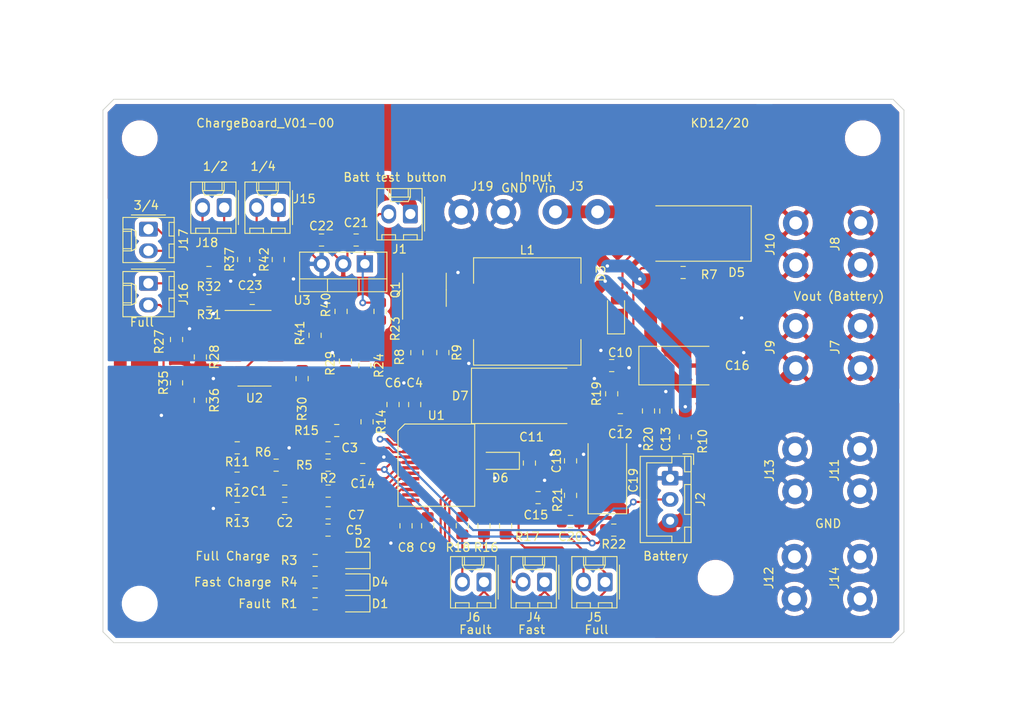
<source format=kicad_pcb>
(kicad_pcb (version 20171130) (host pcbnew 5.1.9-73d0e3b20d~88~ubuntu20.04.1)
  (layers (0 F.Cu signal) (31 B.Cu signal) (34 B.Paste user) (35 F.Paste user) (36 B.SilkS user) (37 F.SilkS user) (38 B.Mask user) (39 F.Mask user) (44 Edge.Cuts user))
  (net 0 "")
  (net 1 "Net-(C1-Pad1)")
  (net 2 "Net-(C2-Pad1)")
  (net 3 "Net-(C3-Pad2)")
  (net 4 "Net-(C4-Pad2)")
  (net 5 "Net-(C5-Pad2)")
  (net 6 "Net-(C7-Pad2)")
  (net 7 "Net-(C8-Pad2)")
  (net 8 "Net-(C9-Pad2)")
  (net 9 "Net-(C10-Pad2)")
  (net 10 "Net-(C11-Pad2)")
  (net 11 "Net-(C11-Pad1)")
  (net 12 "Net-(C12-Pad2)")
  (net 13 "Net-(C13-Pad2)")
  (net 14 "Net-(C14-Pad1)")
  (net 15 "Net-(C15-Pad2)")
  (net 16 GND)
  (net 17 "Net-(C16-Pad1)")
  (net 18 "Net-(C18-Pad1)")
  (net 19 "Net-(C20-Pad1)")
  (net 20 "Net-(D1-Pad2)")
  (net 21 "Net-(D1-Pad1)")
  (net 22 "Net-(D2-Pad2)")
  (net 23 "Net-(D2-Pad1)")
  (net 24 "Net-(D3-Pad2)")
  (net 25 "Net-(D4-Pad2)")
  (net 26 "Net-(D4-Pad1)")
  (net 27 "Net-(D5-Pad1)")
  (net 28 "Net-(J2-Pad2)")
  (net 29 "Net-(Q1-Pad4)")
  (net 30 "Net-(Q1-Pad2)")
  (net 31 "Net-(R5-Pad2)")
  (net 32 "Net-(R8-Pad2)")
  (net 33 "Net-(R9-Pad2)")
  (net 34 "Net-(R11-Pad1)")
  (net 35 "Net-(R14-Pad2)")
  (net 36 +BATT)
  (net 37 "/Battery Level display/CheckBat")
  (net 38 +5V)
  (net 39 "Net-(J4-Pad2)")
  (net 40 "Net-(J5-Pad2)")
  (net 41 "Net-(J6-Pad2)")
  (net 42 "Net-(J15-Pad2)")
  (net 43 "Net-(J15-Pad1)")
  (net 44 "Net-(J16-Pad2)")
  (net 45 "Net-(J16-Pad1)")
  (net 46 "Net-(J17-Pad2)")
  (net 47 "Net-(J17-Pad1)")
  (net 48 "Net-(J18-Pad2)")
  (net 49 "Net-(J18-Pad1)")
  (net 50 "/Battery Level display/QBat")
  (net 51 "Net-(R27-Pad2)")
  (net 52 "Net-(R29-Pad2)")
  (net 53 "Net-(R35-Pad2)")
  (net 54 "Net-(R40-Pad2)")
  (module MountingHole:MountingHole_3.2mm_M3 (layer F.Cu) (at 39.878 80.518)
    (fp_text reference H4 hide)
    (fp_text value MountingHole)
    (pad 1 np_thru_hole circle (at 0 0) (size 3.2 3.2) (drill 3.2) (layers *.Cu *.Mask))
  )
  (module MountingHole:MountingHole_3.2mm_M3 (layer F.Cu) (at 124.714 80.518)
    (fp_text reference H3 hide)
    (fp_text value MountingHole)
    (pad 1 np_thru_hole circle (at 0 0) (size 3.2 3.2) (drill 3.2) (layers *.Cu *.Mask))
  )
  (module MountingHole:MountingHole_3.2mm_M3 (layer F.Cu) (at 107.442 132.08)
    (fp_text reference H2 hide)
    (fp_text value MountingHole)
    (pad 1 np_thru_hole circle (at 0 0) (size 3.2 3.2) (drill 3.2) (layers *.Cu *.Mask))
  )
  (module MountingHole:MountingHole_3.2mm_M3 (layer F.Cu) (at 39.878 135.128)
    (fp_text reference H1 hide)
    (fp_text value MountingHole)
    (pad 1 np_thru_hole circle (at 0 0) (size 3.2 3.2) (drill 3.2) (layers *.Cu *.Mask))
  )
  (module Capacitor_Tantalum_SMD:CP_EIA-7343-30_AVX-N_Pad2.25x2.55mm_HandSolder (layer F.Cu) (at 94.742 119.99 90)
    (fp_text reference C19 (at -0.66 3.048 90) (layer F.SilkS))
    (fp_text value 68u)
    (pad 2 smd roundrect (at 3.2 0 90) (size 2.25 2.55) (layers F.Cu F.Paste F.Mask) (roundrect_rratio 0.111111) (net 16 GND))
    (pad 1 smd roundrect (at -3.2 0 90) (size 2.25 2.55) (layers F.Cu F.Paste F.Mask) (roundrect_rratio 0.111111) (net 36 +BATT))
  )
  (module extras:Faston250 (layer F.Cu) (at 80.05 84.154)
    (fp_text reference J19 (at 0 2) (layer F.SilkS))
    (fp_text value Conn_01x01_Female)
    (pad 1 thru_hole circle (at 2.5 5) (size 3 3) (drill 1.5) (layers *.Cu *.Mask) (net 16 GND))
    (pad 1 thru_hole circle (at -2.45 5) (size 3 3) (drill 1.5) (layers *.Cu *.Mask) (net 16 GND))
  )
  (module extras:Faston250 (layer F.Cu) (at 91.096 84.154)
    (fp_text reference J3 (at 0 2) (layer F.SilkS))
    (fp_text value Conn_01x01_Female)
    (pad 1 thru_hole circle (at 2.5 5) (size 3 3) (drill 1.5) (layers *.Cu *.Mask) (net 24 "Net-(D3-Pad2)"))
    (pad 1 thru_hole circle (at -2.45 5) (size 3 3) (drill 1.5) (layers *.Cu *.Mask) (net 24 "Net-(D3-Pad2)"))
  )
  (module Package_TO_SOT_THT:TO-220-3_Vertical (layer F.Cu) (at 66.294 95.25 180)
    (fp_text reference U3 (at 7.366 -4.27) (layer F.SilkS))
    (fp_text value L7805)
    (pad 3 thru_hole oval (at 5.08 0 180) (size 1.905 2) (drill 1.1) (layers *.Cu *.Mask) (net 38 +5V))
    (pad 2 thru_hole oval (at 2.54 0 180) (size 1.905 2) (drill 1.1) (layers *.Cu *.Mask) (net 16 GND))
    (pad 1 thru_hole rect (at 0 0 180) (size 1.905 2) (drill 1.1) (layers *.Cu *.Mask) (net 37 "/Battery Level display/CheckBat"))
  )
  (module Package_SO:SOIC-14_3.9x8.7mm_P1.27mm (layer F.Cu) (at 53.34 105.156)
    (fp_text reference U2 (at 0 5.842) (layer F.SilkS))
    (fp_text value LM2901)
    (pad 14 smd roundrect (at 2.475 -3.81) (size 1.95 0.6) (layers F.Cu F.Paste F.Mask) (net 42 "Net-(J15-Pad2)"))
    (pad 13 smd roundrect (at 2.475 -2.54) (size 1.95 0.6) (layers F.Cu F.Paste F.Mask) (net 48 "Net-(J18-Pad2)"))
    (pad 12 smd roundrect (at 2.475 -1.27) (size 1.95 0.6) (layers F.Cu F.Paste F.Mask) (net 16 GND))
    (pad 11 smd roundrect (at 2.475 0) (size 1.95 0.6) (layers F.Cu F.Paste F.Mask) (net 54 "Net-(R40-Pad2)"))
    (pad 10 smd roundrect (at 2.475 1.27) (size 1.95 0.6) (layers F.Cu F.Paste F.Mask) (net 50 "/Battery Level display/QBat"))
    (pad 9 smd roundrect (at 2.475 2.54) (size 1.95 0.6) (layers F.Cu F.Paste F.Mask) (net 52 "Net-(R29-Pad2)"))
    (pad 8 smd roundrect (at 2.475 3.81) (size 1.95 0.6) (layers F.Cu F.Paste F.Mask) (net 50 "/Battery Level display/QBat"))
    (pad 7 smd roundrect (at -2.475 3.81) (size 1.95 0.6) (layers F.Cu F.Paste F.Mask) (net 53 "Net-(R35-Pad2)"))
    (pad 6 smd roundrect (at -2.475 2.54) (size 1.95 0.6) (layers F.Cu F.Paste F.Mask) (net 50 "/Battery Level display/QBat"))
    (pad 5 smd roundrect (at -2.475 1.27) (size 1.95 0.6) (layers F.Cu F.Paste F.Mask) (net 51 "Net-(R27-Pad2)"))
    (pad 4 smd roundrect (at -2.475 0) (size 1.95 0.6) (layers F.Cu F.Paste F.Mask) (net 50 "/Battery Level display/QBat"))
    (pad 3 smd roundrect (at -2.475 -1.27) (size 1.95 0.6) (layers F.Cu F.Paste F.Mask) (net 38 +5V))
    (pad 2 smd roundrect (at -2.475 -2.54) (size 1.95 0.6) (layers F.Cu F.Paste F.Mask) (net 44 "Net-(J16-Pad2)"))
    (pad 1 smd roundrect (at -2.475 -3.81) (size 1.95 0.6) (layers F.Cu F.Paste F.Mask) (net 46 "Net-(J17-Pad2)"))
  )
  (module Resistor_SMD:R_0805_2012Metric_Pad1.15x1.40mm_HandSolder (layer F.Cu) (at 56.134 94.751 90)
    (fp_text reference R42 (at 0 -1.65 90) (layer F.SilkS))
    (fp_text value 1k)
    (pad 2 smd roundrect (at 1.025 0 90) (size 1.15 1.4) (layers F.Cu F.Paste F.Mask) (roundrect_rratio 0.217391) (net 43 "Net-(J15-Pad1)"))
    (pad 1 smd roundrect (at -1.025 0 90) (size 1.15 1.4) (layers F.Cu F.Paste F.Mask) (roundrect_rratio 0.217391) (net 38 +5V))
  )
  (module Resistor_SMD:R_0805_2012Metric_Pad1.15x1.40mm_HandSolder (layer F.Cu) (at 60.452 103.641 270)
    (fp_text reference R41 (at -0.263 1.778 90) (layer F.SilkS))
    (fp_text value 51k)
    (pad 2 smd roundrect (at 1.025 0 270) (size 1.15 1.4) (layers F.Cu F.Paste F.Mask) (roundrect_rratio 0.217391) (net 16 GND))
    (pad 1 smd roundrect (at -1.025 0 270) (size 1.15 1.4) (layers F.Cu F.Paste F.Mask) (roundrect_rratio 0.217391) (net 54 "Net-(R40-Pad2)"))
  )
  (module Resistor_SMD:R_0805_2012Metric_Pad1.15x1.40mm_HandSolder (layer F.Cu) (at 63.5 100.829 270)
    (fp_text reference R40 (at -0.753 1.778 90) (layer F.SilkS))
    (fp_text value 24k)
    (pad 2 smd roundrect (at 1.025 0 270) (size 1.15 1.4) (layers F.Cu F.Paste F.Mask) (roundrect_rratio 0.217391) (net 54 "Net-(R40-Pad2)"))
    (pad 1 smd roundrect (at -1.025 0 270) (size 1.15 1.4) (layers F.Cu F.Paste F.Mask) (roundrect_rratio 0.217391) (net 38 +5V))
  )
  (module Resistor_SMD:R_0805_2012Metric_Pad1.15x1.40mm_HandSolder (layer F.Cu) (at 52.07 94.742 90)
    (fp_text reference R37 (at 0 -1.65 90) (layer F.SilkS))
    (fp_text value 1k)
    (pad 2 smd roundrect (at 1.025 0 90) (size 1.15 1.4) (layers F.Cu F.Paste F.Mask) (roundrect_rratio 0.217391) (net 49 "Net-(J18-Pad1)"))
    (pad 1 smd roundrect (at -1.025 0 90) (size 1.15 1.4) (layers F.Cu F.Paste F.Mask) (roundrect_rratio 0.217391) (net 38 +5V))
  )
  (module Resistor_SMD:R_0805_2012Metric_Pad1.15x1.40mm_HandSolder (layer F.Cu) (at 46.99 111.261 270)
    (fp_text reference R36 (at 0 -1.65 90) (layer F.SilkS))
    (fp_text value 100k)
    (pad 2 smd roundrect (at 1.025 0 270) (size 1.15 1.4) (layers F.Cu F.Paste F.Mask) (roundrect_rratio 0.217391) (net 16 GND))
    (pad 1 smd roundrect (at -1.025 0 270) (size 1.15 1.4) (layers F.Cu F.Paste F.Mask) (roundrect_rratio 0.217391) (net 53 "Net-(R35-Pad2)"))
  )
  (module Resistor_SMD:R_0805_2012Metric_Pad1.15x1.40mm_HandSolder (layer F.Cu) (at 44.196 109.211 270)
    (fp_text reference R35 (at 0 1.524 90) (layer F.SilkS))
    (fp_text value 39k)
    (pad 2 smd roundrect (at 1.025 0 270) (size 1.15 1.4) (layers F.Cu F.Paste F.Mask) (roundrect_rratio 0.217391) (net 53 "Net-(R35-Pad2)"))
    (pad 1 smd roundrect (at -1.025 0 270) (size 1.15 1.4) (layers F.Cu F.Paste F.Mask) (roundrect_rratio 0.217391) (net 38 +5V))
  )
  (module Resistor_SMD:R_0805_2012Metric_Pad1.15x1.40mm_HandSolder (layer F.Cu) (at 47.997 96.266 180)
    (fp_text reference R32 (at 0 -1.65) (layer F.SilkS))
    (fp_text value 1k)
    (pad 2 smd roundrect (at 1.025 0 180) (size 1.15 1.4) (layers F.Cu F.Paste F.Mask) (roundrect_rratio 0.217391) (net 47 "Net-(J17-Pad1)"))
    (pad 1 smd roundrect (at -1.025 0 180) (size 1.15 1.4) (layers F.Cu F.Paste F.Mask) (roundrect_rratio 0.217391) (net 38 +5V))
  )
  (module Resistor_SMD:R_0805_2012Metric_Pad1.15x1.40mm_HandSolder (layer F.Cu) (at 48.006 99.568 180)
    (fp_text reference R31 (at 0 -1.65) (layer F.SilkS))
    (fp_text value 1k)
    (pad 2 smd roundrect (at 1.025 0 180) (size 1.15 1.4) (layers F.Cu F.Paste F.Mask) (roundrect_rratio 0.217391) (net 45 "Net-(J16-Pad1)"))
    (pad 1 smd roundrect (at -1.025 0 180) (size 1.15 1.4) (layers F.Cu F.Paste F.Mask) (roundrect_rratio 0.217391) (net 38 +5V))
  )
  (module Resistor_SMD:R_0805_2012Metric_Pad1.15x1.40mm_HandSolder (layer F.Cu) (at 58.928 108.721 270)
    (fp_text reference R30 (at 3.547 0 90) (layer F.SilkS))
    (fp_text value 110k)
    (pad 2 smd roundrect (at 1.025 0 270) (size 1.15 1.4) (layers F.Cu F.Paste F.Mask) (roundrect_rratio 0.217391) (net 16 GND))
    (pad 1 smd roundrect (at -1.025 0 270) (size 1.15 1.4) (layers F.Cu F.Paste F.Mask) (roundrect_rratio 0.217391) (net 52 "Net-(R29-Pad2)"))
  )
  (module Resistor_SMD:R_0805_2012Metric_Pad1.15x1.40mm_HandSolder (layer F.Cu) (at 64.008 106.671 270)
    (fp_text reference R29 (at 0.263 1.778 90) (layer F.SilkS))
    (fp_text value 62k)
    (pad 2 smd roundrect (at 1.025 0 270) (size 1.15 1.4) (layers F.Cu F.Paste F.Mask) (roundrect_rratio 0.217391) (net 52 "Net-(R29-Pad2)"))
    (pad 1 smd roundrect (at -1.025 0 270) (size 1.15 1.4) (layers F.Cu F.Paste F.Mask) (roundrect_rratio 0.217391) (net 38 +5V))
  )
  (module Resistor_SMD:R_0805_2012Metric_Pad1.15x1.40mm_HandSolder (layer F.Cu) (at 46.99 106.181 270)
    (fp_text reference R28 (at 0 -1.65 90) (layer F.SilkS))
    (fp_text value 51k)
    (pad 2 smd roundrect (at 1.025 0 270) (size 1.15 1.4) (layers F.Cu F.Paste F.Mask) (roundrect_rratio 0.217391) (net 16 GND))
    (pad 1 smd roundrect (at -1.025 0 270) (size 1.15 1.4) (layers F.Cu F.Paste F.Mask) (roundrect_rratio 0.217391) (net 51 "Net-(R27-Pad2)"))
  )
  (module Resistor_SMD:R_0805_2012Metric_Pad1.15x1.40mm_HandSolder (layer F.Cu) (at 44.196 104.131 270)
    (fp_text reference R27 (at 0.263 2.032 90) (layer F.SilkS))
    (fp_text value 16k)
    (pad 2 smd roundrect (at 1.025 0 270) (size 1.15 1.4) (layers F.Cu F.Paste F.Mask) (roundrect_rratio 0.217391) (net 51 "Net-(R27-Pad2)"))
    (pad 1 smd roundrect (at -1.025 0 270) (size 1.15 1.4) (layers F.Cu F.Paste F.Mask) (roundrect_rratio 0.217391) (net 38 +5V))
  )
  (module Resistor_SMD:R_0805_2012Metric_Pad1.15x1.40mm_HandSolder (layer F.Cu) (at 66.294 107.188 270)
    (fp_text reference R24 (at 0 -1.65 90) (layer F.SilkS))
    (fp_text value 1k)
    (pad 2 smd roundrect (at 1.025 0 270) (size 1.15 1.4) (layers F.Cu F.Paste F.Mask) (roundrect_rratio 0.217391) (net 16 GND))
    (pad 1 smd roundrect (at -1.025 0 270) (size 1.15 1.4) (layers F.Cu F.Paste F.Mask) (roundrect_rratio 0.217391) (net 50 "/Battery Level display/QBat"))
  )
  (module Resistor_SMD:R_0805_2012Metric_Pad1.15x1.40mm_HandSolder (layer F.Cu) (at 68.072 100.829 270)
    (fp_text reference R23 (at 2.041 -1.778 90) (layer F.SilkS))
    (fp_text value 3k)
    (pad 2 smd roundrect (at 1.025 0 270) (size 1.15 1.4) (layers F.Cu F.Paste F.Mask) (roundrect_rratio 0.217391) (net 50 "/Battery Level display/QBat"))
    (pad 1 smd roundrect (at -1.025 0 270) (size 1.15 1.4) (layers F.Cu F.Paste F.Mask) (roundrect_rratio 0.217391) (net 37 "/Battery Level display/CheckBat"))
  )
  (module Connector_Molex:Molex_KK-254_AE-6410-02A_1x02_P2.54mm_Vertical (layer F.Cu) (at 49.784 88.646 180)
    (fp_text reference J18 (at 2.032 -4.12) (layer F.SilkS))
    (fp_text value Conn_01x02_Female)
    (pad 2 thru_hole oval (at 2.54 0 180) (size 1.74 2.2) (drill 1.2) (layers *.Cu *.Mask) (net 48 "Net-(J18-Pad2)"))
    (pad 1 thru_hole roundrect (at 0 0 180) (size 1.74 2.2) (drill 1.2) (layers *.Cu *.Mask) (roundrect_rratio 0.143678) (net 49 "Net-(J18-Pad1)"))
  )
  (module Connector_Molex:Molex_KK-254_AE-6410-02A_1x02_P2.54mm_Vertical (layer F.Cu) (at 40.894 91.186 270)
    (fp_text reference J17 (at 1.27 -4.12 90) (layer F.SilkS))
    (fp_text value Conn_01x02_Female)
    (pad 2 thru_hole oval (at 2.54 0 270) (size 1.74 2.2) (drill 1.2) (layers *.Cu *.Mask) (net 46 "Net-(J17-Pad2)"))
    (pad 1 thru_hole roundrect (at 0 0 270) (size 1.74 2.2) (drill 1.2) (layers *.Cu *.Mask) (roundrect_rratio 0.143678) (net 47 "Net-(J17-Pad1)"))
  )
  (module Connector_Molex:Molex_KK-254_AE-6410-02A_1x02_P2.54mm_Vertical (layer F.Cu) (at 40.894 97.536 270)
    (fp_text reference J16 (at 1.27 -4.12 90) (layer F.SilkS))
    (fp_text value Conn_01x02_Female)
    (pad 2 thru_hole oval (at 2.54 0 270) (size 1.74 2.2) (drill 1.2) (layers *.Cu *.Mask) (net 44 "Net-(J16-Pad2)"))
    (pad 1 thru_hole roundrect (at 0 0 270) (size 1.74 2.2) (drill 1.2) (layers *.Cu *.Mask) (roundrect_rratio 0.143678) (net 45 "Net-(J16-Pad1)"))
  )
  (module Connector_Molex:Molex_KK-254_AE-6410-02A_1x02_P2.54mm_Vertical (layer F.Cu) (at 56.134 88.646 180)
    (fp_text reference J15 (at -3.048 1.016) (layer F.SilkS))
    (fp_text value Conn_01x02_Female)
    (pad 2 thru_hole oval (at 2.54 0 180) (size 1.74 2.2) (drill 1.2) (layers *.Cu *.Mask) (net 42 "Net-(J15-Pad2)"))
    (pad 1 thru_hole roundrect (at 0 0 180) (size 1.74 2.2) (drill 1.2) (layers *.Cu *.Mask) (roundrect_rratio 0.143678) (net 43 "Net-(J15-Pad1)"))
  )
  (module extras:Faston250 (layer F.Cu) (at 119.39 132.11 90)
    (fp_text reference J14 (at 0 2 90) (layer F.SilkS))
    (fp_text value Conn_01x01_Female)
    (pad 1 thru_hole circle (at 2.5 5 90) (size 3 3) (drill 1.5) (layers *.Cu *.Mask) (net 16 GND))
    (pad 1 thru_hole circle (at -2.45 5 90) (size 3 3) (drill 1.5) (layers *.Cu *.Mask) (net 16 GND))
  )
  (module extras:Faston250 (layer F.Cu) (at 111.76 119.51 90)
    (fp_text reference J13 (at 0 2 90) (layer F.SilkS))
    (fp_text value Conn_01x01_Female)
    (pad 1 thru_hole circle (at 2.5 5 90) (size 3 3) (drill 1.5) (layers *.Cu *.Mask) (net 16 GND))
    (pad 1 thru_hole circle (at -2.45 5 90) (size 3 3) (drill 1.5) (layers *.Cu *.Mask) (net 16 GND))
  )
  (module extras:Faston250 (layer F.Cu) (at 111.69 132.11 90)
    (fp_text reference J12 (at 0 2 90) (layer F.SilkS))
    (fp_text value Conn_01x01_Female)
    (pad 1 thru_hole circle (at 2.5 5 90) (size 3 3) (drill 1.5) (layers *.Cu *.Mask) (net 16 GND))
    (pad 1 thru_hole circle (at -2.45 5 90) (size 3 3) (drill 1.5) (layers *.Cu *.Mask) (net 16 GND))
  )
  (module extras:Faston250 (layer F.Cu) (at 119.38 119.467 90)
    (fp_text reference J11 (at 0 2 90) (layer F.SilkS))
    (fp_text value Conn_01x01_Female)
    (pad 1 thru_hole circle (at 2.5 5 90) (size 3 3) (drill 1.5) (layers *.Cu *.Mask) (net 16 GND))
    (pad 1 thru_hole circle (at -2.45 5 90) (size 3 3) (drill 1.5) (layers *.Cu *.Mask) (net 16 GND))
  )
  (module extras:Faston250 (layer F.Cu) (at 111.84 92.964 90)
    (fp_text reference J10 (at 0 2 90) (layer F.SilkS))
    (fp_text value Conn_01x01_Female)
    (pad 1 thru_hole circle (at 2.5 5 90) (size 3 3) (drill 1.5) (layers *.Cu *.Mask) (net 17 "Net-(C16-Pad1)"))
    (pad 1 thru_hole circle (at -2.45 5 90) (size 3 3) (drill 1.5) (layers *.Cu *.Mask) (net 17 "Net-(C16-Pad1)"))
  )
  (module extras:Faston250 (layer F.Cu) (at 111.84 105.04 90)
    (fp_text reference J9 (at 0 2 90) (layer F.SilkS))
    (fp_text value Conn_01x01_Female)
    (pad 1 thru_hole circle (at 2.5 5 90) (size 3 3) (drill 1.5) (layers *.Cu *.Mask) (net 17 "Net-(C16-Pad1)"))
    (pad 1 thru_hole circle (at -2.45 5 90) (size 3 3) (drill 1.5) (layers *.Cu *.Mask) (net 17 "Net-(C16-Pad1)"))
  )
  (module extras:Faston250 (layer F.Cu) (at 119.46 92.924 90)
    (fp_text reference J8 (at 0 2 90) (layer F.SilkS))
    (fp_text value Conn_01x01_Female)
    (pad 1 thru_hole circle (at 2.5 5 90) (size 3 3) (drill 1.5) (layers *.Cu *.Mask) (net 17 "Net-(C16-Pad1)"))
    (pad 1 thru_hole circle (at -2.45 5 90) (size 3 3) (drill 1.5) (layers *.Cu *.Mask) (net 17 "Net-(C16-Pad1)"))
  )
  (module extras:Faston250 (layer F.Cu) (at 119.46 105.04 90)
    (fp_text reference J7 (at 0 2 90) (layer F.SilkS))
    (fp_text value Conn_01x01_Female)
    (pad 1 thru_hole circle (at 2.5 5 90) (size 3 3) (drill 1.5) (layers *.Cu *.Mask) (net 17 "Net-(C16-Pad1)"))
    (pad 1 thru_hole circle (at -2.45 5 90) (size 3 3) (drill 1.5) (layers *.Cu *.Mask) (net 17 "Net-(C16-Pad1)"))
  )
  (module Connector_Molex:Molex_KK-254_AE-6410-02A_1x02_P2.54mm_Vertical (layer F.Cu) (at 80.264 132.588 180)
    (fp_text reference J6 (at 1.27 -4.12) (layer F.SilkS))
    (fp_text value Conn_01x02_Female)
    (pad 2 thru_hole oval (at 2.54 0 180) (size 1.74 2.2) (drill 1.2) (layers *.Cu *.Mask) (net 41 "Net-(J6-Pad2)"))
    (pad 1 thru_hole roundrect (at 0 0 180) (size 1.74 2.2) (drill 1.2) (layers *.Cu *.Mask) (roundrect_rratio 0.143678) (net 4 "Net-(C4-Pad2)"))
  )
  (module Connector_Molex:Molex_KK-254_AE-6410-02A_1x02_P2.54mm_Vertical (layer F.Cu) (at 94.488 132.588 180)
    (fp_text reference J5 (at 1.27 -4.12) (layer F.SilkS))
    (fp_text value Conn_01x02_Female)
    (pad 2 thru_hole oval (at 2.54 0 180) (size 1.74 2.2) (drill 1.2) (layers *.Cu *.Mask) (net 40 "Net-(J5-Pad2)"))
    (pad 1 thru_hole roundrect (at 0 0 180) (size 1.74 2.2) (drill 1.2) (layers *.Cu *.Mask) (roundrect_rratio 0.143678) (net 4 "Net-(C4-Pad2)"))
  )
  (module Connector_Molex:Molex_KK-254_AE-6410-02A_1x02_P2.54mm_Vertical (layer F.Cu) (at 87.376 132.588 180)
    (fp_text reference J4 (at 1.27 -4.12) (layer F.SilkS))
    (fp_text value Conn_01x02_Female)
    (pad 2 thru_hole oval (at 2.54 0 180) (size 1.74 2.2) (drill 1.2) (layers *.Cu *.Mask) (net 39 "Net-(J4-Pad2)"))
    (pad 1 thru_hole roundrect (at 0 0 180) (size 1.74 2.2) (drill 1.2) (layers *.Cu *.Mask) (roundrect_rratio 0.143678) (net 4 "Net-(C4-Pad2)"))
  )
  (module Connector_Molex:Molex_KK-254_AE-6410-02A_1x02_P2.54mm_Vertical (layer F.Cu) (at 71.628 89.408 180)
    (fp_text reference J1 (at 1.27 -4.12) (layer F.SilkS))
    (fp_text value Conn_01x02_Female)
    (pad 2 thru_hole oval (at 2.54 0 180) (size 1.74 2.2) (drill 1.2) (layers *.Cu *.Mask) (net 37 "/Battery Level display/CheckBat"))
    (pad 1 thru_hole roundrect (at 0 0 180) (size 1.74 2.2) (drill 1.2) (layers *.Cu *.Mask) (roundrect_rratio 0.143678) (net 36 +BATT))
  )
  (module Capacitor_SMD:C_0805_2012Metric_Pad1.15x1.40mm_HandSolder (layer F.Cu) (at 53.077 99.314)
    (fp_text reference C23 (at -0.254 -1.524) (layer F.SilkS))
    (fp_text value 0.1u)
    (pad 2 smd roundrect (at 1.025 0) (size 1.15 1.4) (layers F.Cu F.Paste F.Mask) (roundrect_rratio 0.217391) (net 16 GND))
    (pad 1 smd roundrect (at -1.025 0) (size 1.15 1.4) (layers F.Cu F.Paste F.Mask) (roundrect_rratio 0.217391) (net 38 +5V))
  )
  (module Capacitor_SMD:C_0805_2012Metric_Pad1.15x1.40mm_HandSolder (layer F.Cu) (at 61.205 92.456)
    (fp_text reference C22 (at 0 -1.65) (layer F.SilkS))
    (fp_text value 0.1u)
    (pad 2 smd roundrect (at 1.025 0) (size 1.15 1.4) (layers F.Cu F.Paste F.Mask) (roundrect_rratio 0.217391) (net 16 GND))
    (pad 1 smd roundrect (at -1.025 0) (size 1.15 1.4) (layers F.Cu F.Paste F.Mask) (roundrect_rratio 0.217391) (net 38 +5V))
  )
  (module Capacitor_SMD:C_0805_2012Metric_Pad1.15x1.40mm_HandSolder (layer F.Cu) (at 65.269 92.456 180)
    (fp_text reference C21 (at 0 2.032) (layer F.SilkS))
    (fp_text value 0.33u)
    (pad 2 smd roundrect (at 1.025 0 180) (size 1.15 1.4) (layers F.Cu F.Paste F.Mask) (roundrect_rratio 0.217391) (net 16 GND))
    (pad 1 smd roundrect (at -1.025 0 180) (size 1.15 1.4) (layers F.Cu F.Paste F.Mask) (roundrect_rratio 0.217391) (net 37 "/Battery Level display/CheckBat"))
  )
  (module extras:QSOP-28 (layer F.Cu) (at 74.676 118.872 270)
    (fp_text reference U1 (at -5.8275 0) (layer F.SilkS))
    (fp_text value MAX1737)
    (pad 14 smd rect (at 4.1275 3 270) (size 0.4 2) (layers F.Cu F.Paste F.Mask) (net 8 "Net-(C9-Pad2)"))
    (pad 15 smd rect (at 4.1275 -3 270) (size 0.4 2) (layers F.Cu F.Paste F.Mask) (net 21 "Net-(D1-Pad1)"))
    (pad 13 smd rect (at 3.4925 3 270) (size 0.4 2) (layers F.Cu F.Paste F.Mask) (net 7 "Net-(C8-Pad2)"))
    (pad 16 smd rect (at 3.4925 -3 270) (size 0.4 2) (layers F.Cu F.Paste F.Mask) (net 26 "Net-(D4-Pad1)"))
    (pad 12 smd rect (at 2.8575 3 270) (size 0.4 2) (layers F.Cu F.Paste F.Mask) (net 34 "Net-(R11-Pad1)"))
    (pad 17 smd rect (at 2.8575 -3 270) (size 0.4 2) (layers F.Cu F.Paste F.Mask) (net 23 "Net-(D2-Pad1)"))
    (pad 11 smd rect (at 2.2225 3 270) (size 0.4 2) (layers F.Cu F.Paste F.Mask) (net 5 "Net-(C5-Pad2)"))
    (pad 18 smd rect (at 2.2225 -3 270) (size 0.4 2) (layers F.Cu F.Paste F.Mask) (net 4 "Net-(C4-Pad2)"))
    (pad 10 smd rect (at 1.5875 3 270) (size 0.4 2) (layers F.Cu F.Paste F.Mask) (net 6 "Net-(C7-Pad2)"))
    (pad 19 smd rect (at 1.5875 -3 270) (size 0.4 2) (layers F.Cu F.Paste F.Mask) (net 19 "Net-(C20-Pad1)"))
    (pad 9 smd rect (at 0.9525 3 270) (size 0.4 2) (layers F.Cu F.Paste F.Mask) (net 2 "Net-(C2-Pad1)"))
    (pad 20 smd rect (at 0.9525 -3 270) (size 0.4 2) (layers F.Cu F.Paste F.Mask) (net 16 GND))
    (pad 8 smd rect (at 0.3175 3 270) (size 0.4 2) (layers F.Cu F.Paste F.Mask) (net 31 "Net-(R5-Pad2)"))
    (pad 21 smd rect (at 0.3175 -3 270) (size 0.4 2) (layers F.Cu F.Paste F.Mask) (net 32 "Net-(R8-Pad2)"))
    (pad 7 smd rect (at -0.3175 3 270) (size 0.4 2) (layers F.Cu F.Paste F.Mask) (net 14 "Net-(C14-Pad1)"))
    (pad 22 smd rect (at -0.3175 -3 270) (size 0.4 2) (layers F.Cu F.Paste F.Mask) (net 15 "Net-(C15-Pad2)"))
    (pad 6 smd rect (at -0.9525 3 270) (size 0.4 2) (layers F.Cu F.Paste F.Mask) (net 16 GND))
    (pad 23 smd rect (at -0.9525 -3 270) (size 0.4 2) (layers F.Cu F.Paste F.Mask) (net 11 "Net-(C11-Pad1)"))
    (pad 5 smd rect (at -1.5875 3 270) (size 0.4 2) (layers F.Cu F.Paste F.Mask) (net 3 "Net-(C3-Pad2)"))
    (pad 24 smd rect (at -1.5875 -3 270) (size 0.4 2) (layers F.Cu F.Paste F.Mask) (net 10 "Net-(C11-Pad2)"))
    (pad 4 smd rect (at -2.2225 3 270) (size 0.4 2) (layers F.Cu F.Paste F.Mask) (net 28 "Net-(J2-Pad2)"))
    (pad 25 smd rect (at -2.2225 -3 270) (size 0.4 2) (layers F.Cu F.Paste F.Mask) (net 33 "Net-(R9-Pad2)"))
    (pad 3 smd rect (at -2.8575 3 270) (size 0.4 2) (layers F.Cu F.Paste F.Mask) (net 35 "Net-(R14-Pad2)"))
    (pad 26 smd rect (at -2.8575 -3 270) (size 0.4 2) (layers F.Cu F.Paste F.Mask) (net 13 "Net-(C13-Pad2)"))
    (pad 2 smd rect (at -3.4925 3 270) (size 0.4 2) (layers F.Cu F.Paste F.Mask) (net 3 "Net-(C3-Pad2)"))
    (pad 27 smd rect (at -3.4925 -3 270) (size 0.4 2) (layers F.Cu F.Paste F.Mask) (net 12 "Net-(C12-Pad2)"))
    (pad 1 smd rect (at -4.1275 3 270) (size 0.4 2) (layers F.Cu F.Paste F.Mask) (net 4 "Net-(C4-Pad2)"))
    (pad 28 smd rect (at -4.1275 -3 270) (size 0.4 2) (layers F.Cu F.Paste F.Mask) (net 9 "Net-(C10-Pad2)"))
  )
  (module Resistor_SMD:R_0805_2012Metric_Pad1.15x1.40mm_HandSolder (layer F.Cu) (at 95.495 126.492 180)
    (fp_text reference R22 (at 0 -1.65) (layer F.SilkS))
    (fp_text value 4.7)
    (pad 2 smd roundrect (at 1.025 0 180) (size 1.15 1.4) (layers F.Cu F.Paste F.Mask) (roundrect_rratio 0.217391) (net 14 "Net-(C14-Pad1)"))
    (pad 1 smd roundrect (at -1.025 0 180) (size 1.15 1.4) (layers F.Cu F.Paste F.Mask) (roundrect_rratio 0.217391) (net 36 +BATT))
  )
  (module Resistor_SMD:R_0805_2012Metric_Pad1.15x1.40mm_HandSolder (layer F.Cu) (at 90.424 122.419 270)
    (fp_text reference R21 (at 0.517 1.524 90) (layer F.SilkS))
    (fp_text value 4.7)
    (pad 2 smd roundrect (at 1.025 0 270) (size 1.15 1.4) (layers F.Cu F.Paste F.Mask) (roundrect_rratio 0.217391) (net 19 "Net-(C20-Pad1)"))
    (pad 1 smd roundrect (at -1.025 0 270) (size 1.15 1.4) (layers F.Cu F.Paste F.Mask) (roundrect_rratio 0.217391) (net 18 "Net-(C18-Pad1)"))
  )
  (module Resistor_SMD:R_0805_2012Metric_Pad1.15x1.40mm_HandSolder (layer F.Cu) (at 99.568 112.513 270)
    (fp_text reference R20 (at 3.293 0 90) (layer F.SilkS))
    (fp_text value 4.7)
    (pad 2 smd roundrect (at 1.025 0 270) (size 1.15 1.4) (layers F.Cu F.Paste F.Mask) (roundrect_rratio 0.217391) (net 13 "Net-(C13-Pad2)"))
    (pad 1 smd roundrect (at -1.025 0 270) (size 1.15 1.4) (layers F.Cu F.Paste F.Mask) (roundrect_rratio 0.217391) (net 17 "Net-(C16-Pad1)"))
  )
  (module Resistor_SMD:R_0805_2012Metric_Pad1.15x1.40mm_HandSolder (layer F.Cu) (at 95.25 110.499 270)
    (fp_text reference R19 (at -0.009 1.778 90) (layer F.SilkS))
    (fp_text value 4.7)
    (pad 2 smd roundrect (at 1.025 0 270) (size 1.15 1.4) (layers F.Cu F.Paste F.Mask) (roundrect_rratio 0.217391) (net 12 "Net-(C12-Pad2)"))
    (pad 1 smd roundrect (at -1.025 0 270) (size 1.15 1.4) (layers F.Cu F.Paste F.Mask) (roundrect_rratio 0.217391) (net 27 "Net-(D5-Pad1)"))
  )
  (module Resistor_SMD:R_0805_2012Metric_Pad1.15x1.40mm_HandSolder (layer F.Cu) (at 77.724 125.975 270)
    (fp_text reference R18 (at 2.549 0.508 180) (layer F.SilkS))
    (fp_text value 1k)
    (pad 2 smd roundrect (at 1.025 0 270) (size 1.15 1.4) (layers F.Cu F.Paste F.Mask) (roundrect_rratio 0.217391) (net 41 "Net-(J6-Pad2)"))
    (pad 1 smd roundrect (at -1.025 0 270) (size 1.15 1.4) (layers F.Cu F.Paste F.Mask) (roundrect_rratio 0.217391) (net 21 "Net-(D1-Pad1)"))
  )
  (module Resistor_SMD:R_0805_2012Metric_Pad1.15x1.40mm_HandSolder (layer F.Cu) (at 82.804 125.984 270)
    (fp_text reference R17 (at 1.27 -2.54 180) (layer F.SilkS))
    (fp_text value 1k)
    (pad 2 smd roundrect (at 1.025 0 270) (size 1.15 1.4) (layers F.Cu F.Paste F.Mask) (roundrect_rratio 0.217391) (net 40 "Net-(J5-Pad2)"))
    (pad 1 smd roundrect (at -1.025 0 270) (size 1.15 1.4) (layers F.Cu F.Paste F.Mask) (roundrect_rratio 0.217391) (net 23 "Net-(D2-Pad1)"))
  )
  (module Resistor_SMD:R_0805_2012Metric_Pad1.15x1.40mm_HandSolder (layer F.Cu) (at 80.264 125.984 270)
    (fp_text reference R16 (at 2.54 -0.254 180) (layer F.SilkS))
    (fp_text value 1k)
    (pad 2 smd roundrect (at 1.025 0 270) (size 1.15 1.4) (layers F.Cu F.Paste F.Mask) (roundrect_rratio 0.217391) (net 39 "Net-(J4-Pad2)"))
    (pad 1 smd roundrect (at -1.025 0 270) (size 1.15 1.4) (layers F.Cu F.Paste F.Mask) (roundrect_rratio 0.217391) (net 26 "Net-(D4-Pad1)"))
  )
  (module Resistor_SMD:R_0805_2012Metric_Pad1.15x1.40mm_HandSolder (layer F.Cu) (at 62.992 114.808 180)
    (fp_text reference R15 (at 3.556 0) (layer F.SilkS))
    (fp_text value 300k)
    (pad 2 smd roundrect (at 1.025 0 180) (size 1.15 1.4) (layers F.Cu F.Paste F.Mask) (roundrect_rratio 0.217391) (net 16 GND))
    (pad 1 smd roundrect (at -1.025 0 180) (size 1.15 1.4) (layers F.Cu F.Paste F.Mask) (roundrect_rratio 0.217391) (net 35 "Net-(R14-Pad2)"))
  )
  (module Resistor_SMD:R_0805_2012Metric_Pad1.15x1.40mm_HandSolder (layer F.Cu) (at 66.548 113.783 270)
    (fp_text reference R14 (at 0 -1.65 90) (layer F.SilkS))
    (fp_text value 100k)
    (pad 2 smd roundrect (at 1.025 0 270) (size 1.15 1.4) (layers F.Cu F.Paste F.Mask) (roundrect_rratio 0.217391) (net 35 "Net-(R14-Pad2)"))
    (pad 1 smd roundrect (at -1.025 0 270) (size 1.15 1.4) (layers F.Cu F.Paste F.Mask) (roundrect_rratio 0.217391) (net 3 "Net-(C3-Pad2)"))
  )
  (module Resistor_SMD:R_0805_2012Metric_Pad1.15x1.40mm_HandSolder (layer F.Cu) (at 51.317 123.952 180)
    (fp_text reference R13 (at 0 -1.65) (layer F.SilkS))
    (fp_text value DNF)
    (pad 2 smd roundrect (at 1.025 0 180) (size 1.15 1.4) (layers F.Cu F.Paste F.Mask) (roundrect_rratio 0.217391) (net 16 GND))
    (pad 1 smd roundrect (at -1.025 0 180) (size 1.15 1.4) (layers F.Cu F.Paste F.Mask) (roundrect_rratio 0.217391) (net 34 "Net-(R11-Pad1)"))
  )
  (module Resistor_SMD:R_0805_2012Metric_Pad1.15x1.40mm_HandSolder (layer F.Cu) (at 51.299 120.396 180)
    (fp_text reference R12 (at 0 -1.65) (layer F.SilkS))
    (fp_text value 0)
    (pad 2 smd roundrect (at 1.025 0 180) (size 1.15 1.4) (layers F.Cu F.Paste F.Mask) (roundrect_rratio 0.217391) (net 4 "Net-(C4-Pad2)"))
    (pad 1 smd roundrect (at -1.025 0 180) (size 1.15 1.4) (layers F.Cu F.Paste F.Mask) (roundrect_rratio 0.217391) (net 34 "Net-(R11-Pad1)"))
  )
  (module Resistor_SMD:R_0805_2012Metric_Pad1.15x1.40mm_HandSolder (layer F.Cu) (at 51.317 116.84 180)
    (fp_text reference R11 (at 0 -1.65) (layer F.SilkS))
    (fp_text value DNF)
    (pad 2 smd roundrect (at 1.025 0 180) (size 1.15 1.4) (layers F.Cu F.Paste F.Mask) (roundrect_rratio 0.217391) (net 3 "Net-(C3-Pad2)"))
    (pad 1 smd roundrect (at -1.025 0 180) (size 1.15 1.4) (layers F.Cu F.Paste F.Mask) (roundrect_rratio 0.217391) (net 34 "Net-(R11-Pad1)"))
  )
  (module Resistor_SMD:R_0805_2012Metric_Pad1.15x1.40mm_HandSolder (layer F.Cu) (at 103.886 115.57 90)
    (fp_text reference R10 (at -0.508 2.032 90) (layer F.SilkS))
    (fp_text value "0.1 1%")
    (pad 2 smd roundrect (at 1.025 0 90) (size 1.15 1.4) (layers F.Cu F.Paste F.Mask) (roundrect_rratio 0.217391) (net 18 "Net-(C18-Pad1)"))
    (pad 1 smd roundrect (at -1.025 0 90) (size 1.15 1.4) (layers F.Cu F.Paste F.Mask) (roundrect_rratio 0.217391) (net 36 +BATT))
  )
  (module Resistor_SMD:R_0805_2012Metric_Pad1.15x1.40mm_HandSolder (layer F.Cu) (at 75.438 105.664 270)
    (fp_text reference R9 (at 0 -1.65 90) (layer F.SilkS))
    (fp_text value 10)
    (pad 2 smd roundrect (at 1.025 0 270) (size 1.15 1.4) (layers F.Cu F.Paste F.Mask) (roundrect_rratio 0.217391) (net 33 "Net-(R9-Pad2)"))
    (pad 1 smd roundrect (at -1.025 0 270) (size 1.15 1.4) (layers F.Cu F.Paste F.Mask) (roundrect_rratio 0.217391) (net 29 "Net-(Q1-Pad4)"))
  )
  (module Resistor_SMD:R_0805_2012Metric_Pad1.15x1.40mm_HandSolder (layer F.Cu) (at 72.39 105.673 270)
    (fp_text reference R8 (at 0.517 2.032 90) (layer F.SilkS))
    (fp_text value 10)
    (pad 2 smd roundrect (at 1.025 0 270) (size 1.15 1.4) (layers F.Cu F.Paste F.Mask) (roundrect_rratio 0.217391) (net 32 "Net-(R8-Pad2)"))
    (pad 1 smd roundrect (at -1.025 0 270) (size 1.15 1.4) (layers F.Cu F.Paste F.Mask) (roundrect_rratio 0.217391) (net 30 "Net-(Q1-Pad2)"))
  )
  (module Resistor_SMD:R_0805_2012Metric_Pad1.15x1.40mm_HandSolder (layer F.Cu) (at 103.632 96.266)
    (fp_text reference R7 (at 3.048 0.254) (layer F.SilkS))
    (fp_text value 0.05)
    (pad 2 smd roundrect (at 1.025 0) (size 1.15 1.4) (layers F.Cu F.Paste F.Mask) (roundrect_rratio 0.217391) (net 27 "Net-(D5-Pad1)"))
    (pad 1 smd roundrect (at -1.025 0) (size 1.15 1.4) (layers F.Cu F.Paste F.Mask) (roundrect_rratio 0.217391) (net 17 "Net-(C16-Pad1)"))
  )
  (module Resistor_SMD:R_0805_2012Metric_Pad1.15x1.40mm_HandSolder (layer F.Cu) (at 55.88 118.872 180)
    (fp_text reference R6 (at 1.524 1.524) (layer F.SilkS))
    (fp_text value 100k)
    (pad 2 smd roundrect (at 1.025 0 180) (size 1.15 1.4) (layers F.Cu F.Paste F.Mask) (roundrect_rratio 0.217391) (net 16 GND))
    (pad 1 smd roundrect (at -1.025 0 180) (size 1.15 1.4) (layers F.Cu F.Paste F.Mask) (roundrect_rratio 0.217391) (net 31 "Net-(R5-Pad2)"))
  )
  (module Resistor_SMD:R_0805_2012Metric_Pad1.15x1.40mm_HandSolder (layer F.Cu) (at 61.976 118.872 180)
    (fp_text reference R5 (at 2.794 0) (layer F.SilkS))
    (fp_text value 100k)
    (pad 2 smd roundrect (at 1.025 0 180) (size 1.15 1.4) (layers F.Cu F.Paste F.Mask) (roundrect_rratio 0.217391) (net 31 "Net-(R5-Pad2)"))
    (pad 1 smd roundrect (at -1.025 0 180) (size 1.15 1.4) (layers F.Cu F.Paste F.Mask) (roundrect_rratio 0.217391) (net 3 "Net-(C3-Pad2)"))
  )
  (module Resistor_SMD:R_0805_2012Metric_Pad1.15x1.40mm_HandSolder (layer F.Cu) (at 60.452 132.588)
    (fp_text reference R4 (at -3.048 0) (layer F.SilkS))
    (fp_text value 1k)
    (pad 2 smd roundrect (at 1.025 0) (size 1.15 1.4) (layers F.Cu F.Paste F.Mask) (roundrect_rratio 0.217391) (net 25 "Net-(D4-Pad2)"))
    (pad 1 smd roundrect (at -1.025 0) (size 1.15 1.4) (layers F.Cu F.Paste F.Mask) (roundrect_rratio 0.217391) (net 4 "Net-(C4-Pad2)"))
  )
  (module Resistor_SMD:R_0805_2012Metric_Pad1.15x1.40mm_HandSolder (layer F.Cu) (at 60.461 130.048)
    (fp_text reference R3 (at -3.057 0) (layer F.SilkS))
    (fp_text value 1k)
    (pad 2 smd roundrect (at 1.025 0) (size 1.15 1.4) (layers F.Cu F.Paste F.Mask) (roundrect_rratio 0.217391) (net 22 "Net-(D2-Pad2)"))
    (pad 1 smd roundrect (at -1.025 0) (size 1.15 1.4) (layers F.Cu F.Paste F.Mask) (roundrect_rratio 0.217391) (net 4 "Net-(C4-Pad2)"))
  )
  (module Resistor_SMD:R_0805_2012Metric_Pad1.15x1.40mm_HandSolder (layer F.Cu) (at 61.985 121.92 180)
    (fp_text reference R2 (at 0.009 1.524) (layer F.SilkS))
    (fp_text value 10k)
    (pad 2 smd roundrect (at 1.025 0 180) (size 1.15 1.4) (layers F.Cu F.Paste F.Mask) (roundrect_rratio 0.217391) (net 1 "Net-(C1-Pad1)"))
    (pad 1 smd roundrect (at -1.025 0 180) (size 1.15 1.4) (layers F.Cu F.Paste F.Mask) (roundrect_rratio 0.217391) (net 2 "Net-(C2-Pad1)"))
  )
  (module Resistor_SMD:R_0805_2012Metric_Pad1.15x1.40mm_HandSolder (layer F.Cu) (at 60.452 135.128)
    (fp_text reference R1 (at -3.048 0) (layer F.SilkS))
    (fp_text value 1k)
    (pad 2 smd roundrect (at 1.025 0) (size 1.15 1.4) (layers F.Cu F.Paste F.Mask) (roundrect_rratio 0.217391) (net 20 "Net-(D1-Pad2)"))
    (pad 1 smd roundrect (at -1.025 0) (size 1.15 1.4) (layers F.Cu F.Paste F.Mask) (roundrect_rratio 0.217391) (net 4 "Net-(C4-Pad2)"))
  )
  (module Package_SO:SOIC-8_3.9x4.9mm_P1.27mm (layer F.Cu) (at 73.279 98.298 90)
    (fp_text reference Q1 (at 0 -3.4 90) (layer F.SilkS))
    (fp_text value FDS6990A)
    (pad 8 smd roundrect (at 2.475 -1.905 90) (size 1.95 0.6) (layers F.Cu F.Paste F.Mask) (net 10 "Net-(C11-Pad2)"))
    (pad 7 smd roundrect (at 2.475 -0.635 90) (size 1.95 0.6) (layers F.Cu F.Paste F.Mask) (net 10 "Net-(C11-Pad2)"))
    (pad 6 smd roundrect (at 2.475 0.635 90) (size 1.95 0.6) (layers F.Cu F.Paste F.Mask) (net 17 "Net-(C16-Pad1)"))
    (pad 5 smd roundrect (at 2.475 1.905 90) (size 1.95 0.6) (layers F.Cu F.Paste F.Mask) (net 17 "Net-(C16-Pad1)"))
    (pad 4 smd roundrect (at -2.475 1.905 90) (size 1.95 0.6) (layers F.Cu F.Paste F.Mask) (net 29 "Net-(Q1-Pad4)"))
    (pad 3 smd roundrect (at -2.475 0.635 90) (size 1.95 0.6) (layers F.Cu F.Paste F.Mask) (net 10 "Net-(C11-Pad2)"))
    (pad 2 smd roundrect (at -2.475 -0.635 90) (size 1.95 0.6) (layers F.Cu F.Paste F.Mask) (net 30 "Net-(Q1-Pad2)"))
    (pad 1 smd roundrect (at -2.475 -1.905 90) (size 1.95 0.6) (layers F.Cu F.Paste F.Mask) (net 16 GND))
  )
  (module Inductor_SMD:L_Wuerth_WE-PD-Typ-LS_Handsoldering (layer F.Cu) (at 85.344 100.838)
    (fp_text reference L1 (at 0 -7.2) (layer F.SilkS))
    (fp_text value 22u)
    (pad 2 smd rect (at 5.9 0) (size 4.9 5.4) (layers F.Cu F.Paste F.Mask) (net 18 "Net-(C18-Pad1)"))
    (pad 1 smd rect (at -5.9 0) (size 4.9 5.4) (layers F.Cu F.Paste F.Mask) (net 10 "Net-(C11-Pad2)"))
  )
  (module Connector_JST:JST_XH_B3B-XH-A_1x03_P2.50mm_Vertical (layer F.Cu) (at 102.108 120.396 270)
    (fp_text reference J2 (at 2.5 -3.55 90) (layer F.SilkS))
    (fp_text value Conn_01x03_Male)
    (pad 3 thru_hole oval (at 5 0 270) (size 1.7 1.95) (drill 0.95) (layers *.Cu *.Mask) (net 36 +BATT))
    (pad 2 thru_hole oval (at 2.5 0 270) (size 1.7 1.95) (drill 0.95) (layers *.Cu *.Mask) (net 28 "Net-(J2-Pad2)"))
    (pad 1 thru_hole roundrect (at 0 0 270) (size 1.7 1.95) (drill 0.95) (layers *.Cu *.Mask) (roundrect_rratio 0.147059) (net 16 GND))
  )
  (module Diode_SMD:D_SMC_Handsoldering (layer F.Cu) (at 85.598 110.744)
    (fp_text reference D7 (at -8.128 0) (layer F.SilkS))
    (fp_text value D_Schottky)
    (pad 2 smd rect (at 4.4 0 90) (size 3.3 4.5) (layers F.Cu F.Paste F.Mask) (net 16 GND))
    (pad 1 smd rect (at -4.4 0 90) (size 3.3 4.5) (layers F.Cu F.Paste F.Mask) (net 10 "Net-(C11-Pad2)"))
  )
  (module Diode_SMD:D_SOD-123 (layer F.Cu) (at 82.17 118.364 180)
    (fp_text reference D6 (at 0 -2) (layer F.SilkS))
    (fp_text value D)
    (pad 2 smd rect (at 1.65 0 180) (size 0.9 1.2) (layers F.Cu F.Paste F.Mask) (net 15 "Net-(C15-Pad2)"))
    (pad 1 smd rect (at -1.65 0 180) (size 0.9 1.2) (layers F.Cu F.Paste F.Mask) (net 11 "Net-(C11-Pad1)"))
  )
  (module Diode_SMD:D_SMC_Handsoldering (layer F.Cu) (at 104.82 91.694 180)
    (fp_text reference D5 (at -5.08 -4.572) (layer F.SilkS))
    (fp_text value D_Schottky)
    (pad 2 smd rect (at 4.4 0 270) (size 3.3 4.5) (layers F.Cu F.Paste F.Mask) (net 24 "Net-(D3-Pad2)"))
    (pad 1 smd rect (at -4.4 0 270) (size 3.3 4.5) (layers F.Cu F.Paste F.Mask) (net 27 "Net-(D5-Pad1)"))
  )
  (module LED_SMD:LED_0805_2012Metric_Pad1.15x1.40mm_HandSolder (layer F.Cu) (at 65.033 132.588 180)
    (fp_text reference D4 (at -3.039 0) (layer F.SilkS))
    (fp_text value LED)
    (pad 2 smd roundrect (at 1.025 0 180) (size 1.15 1.4) (layers F.Cu F.Paste F.Mask) (roundrect_rratio 0.217391) (net 25 "Net-(D4-Pad2)"))
    (pad 1 smd roundrect (at -1.025 0 180) (size 1.15 1.4) (layers F.Cu F.Paste F.Mask) (roundrect_rratio 0.217391) (net 26 "Net-(D4-Pad1)"))
  )
  (module Diode_SMD:D_SOD-123 (layer F.Cu) (at 95.758 101.218 90)
    (fp_text reference D3 (at 4.826 -1.778 90) (layer F.SilkS))
    (fp_text value D)
    (pad 2 smd rect (at 1.65 0 90) (size 0.9 1.2) (layers F.Cu F.Paste F.Mask) (net 24 "Net-(D3-Pad2)"))
    (pad 1 smd rect (at -1.65 0 90) (size 0.9 1.2) (layers F.Cu F.Paste F.Mask) (net 9 "Net-(C10-Pad2)"))
  )
  (module LED_SMD:LED_0805_2012Metric_Pad1.15x1.40mm_HandSolder (layer F.Cu) (at 65.033 130.048 180)
    (fp_text reference D2 (at -1.007 2.032) (layer F.SilkS))
    (fp_text value LED)
    (pad 2 smd roundrect (at 1.025 0 180) (size 1.15 1.4) (layers F.Cu F.Paste F.Mask) (roundrect_rratio 0.217391) (net 22 "Net-(D2-Pad2)"))
    (pad 1 smd roundrect (at -1.025 0 180) (size 1.15 1.4) (layers F.Cu F.Paste F.Mask) (roundrect_rratio 0.217391) (net 23 "Net-(D2-Pad1)"))
  )
  (module LED_SMD:LED_0805_2012Metric_Pad1.15x1.40mm_HandSolder (layer F.Cu) (at 65.024 135.128 180)
    (fp_text reference D1 (at -3.048 0) (layer F.SilkS))
    (fp_text value LED)
    (pad 2 smd roundrect (at 1.025 0 180) (size 1.15 1.4) (layers F.Cu F.Paste F.Mask) (roundrect_rratio 0.217391) (net 20 "Net-(D1-Pad2)"))
    (pad 1 smd roundrect (at -1.025 0 180) (size 1.15 1.4) (layers F.Cu F.Paste F.Mask) (roundrect_rratio 0.217391) (net 21 "Net-(D1-Pad1)"))
  )
  (module Capacitor_SMD:C_0805_2012Metric_Pad1.15x1.40mm_HandSolder (layer F.Cu) (at 90.415 125.476)
    (fp_text reference C20 (at 0.009 1.778) (layer F.SilkS))
    (fp_text value 1n)
    (pad 2 smd roundrect (at 1.025 0) (size 1.15 1.4) (layers F.Cu F.Paste F.Mask) (roundrect_rratio 0.217391) (net 14 "Net-(C14-Pad1)"))
    (pad 1 smd roundrect (at -1.025 0) (size 1.15 1.4) (layers F.Cu F.Paste F.Mask) (roundrect_rratio 0.217391) (net 19 "Net-(C20-Pad1)"))
  )
  (module Capacitor_SMD:C_0805_2012Metric_Pad1.15x1.40mm_HandSolder (layer F.Cu) (at 90.424 118.364 90)
    (fp_text reference C18 (at 0 -1.65 90) (layer F.SilkS))
    (fp_text value 1n)
    (pad 2 smd roundrect (at 1.025 0 90) (size 1.15 1.4) (layers F.Cu F.Paste F.Mask) (roundrect_rratio 0.217391) (net 16 GND))
    (pad 1 smd roundrect (at -1.025 0 90) (size 1.15 1.4) (layers F.Cu F.Paste F.Mask) (roundrect_rratio 0.217391) (net 18 "Net-(C18-Pad1)"))
  )
  (module Capacitor_Tantalum_SMD:CP_EIA-7343-15_Kemet-W_Pad2.25x2.55mm_HandSolder (layer F.Cu) (at 103.022 107.188)
    (fp_text reference C16 (at 6.96 0) (layer F.SilkS))
    (fp_text value 22u)
    (pad 2 smd roundrect (at 3.2 0) (size 2.25 2.55) (layers F.Cu F.Paste F.Mask) (roundrect_rratio 0.111111) (net 16 GND))
    (pad 1 smd roundrect (at -3.2 0) (size 2.25 2.55) (layers F.Cu F.Paste F.Mask) (roundrect_rratio 0.111111) (net 17 "Net-(C16-Pad1)"))
  )
  (module Capacitor_SMD:C_0805_2012Metric_Pad1.15x1.40mm_HandSolder (layer F.Cu) (at 86.614 122.682 180)
    (fp_text reference C15 (at 0.254 -2.032) (layer F.SilkS))
    (fp_text value 0.1u)
    (pad 2 smd roundrect (at 1.025 0 180) (size 1.15 1.4) (layers F.Cu F.Paste F.Mask) (roundrect_rratio 0.217391) (net 15 "Net-(C15-Pad2)"))
    (pad 1 smd roundrect (at -1.025 0 180) (size 1.15 1.4) (layers F.Cu F.Paste F.Mask) (roundrect_rratio 0.217391) (net 16 GND))
  )
  (module Capacitor_SMD:C_0805_2012Metric_Pad1.15x1.40mm_HandSolder (layer F.Cu) (at 66.04 119.38 180)
    (fp_text reference C14 (at 0 -1.65) (layer F.SilkS))
    (fp_text value 1n)
    (pad 2 smd roundrect (at 1.025 0 180) (size 1.15 1.4) (layers F.Cu F.Paste F.Mask) (roundrect_rratio 0.217391) (net 16 GND))
    (pad 1 smd roundrect (at -1.025 0 180) (size 1.15 1.4) (layers F.Cu F.Paste F.Mask) (roundrect_rratio 0.217391) (net 14 "Net-(C14-Pad1)"))
  )
  (module Capacitor_SMD:C_0805_2012Metric_Pad1.15x1.40mm_HandSolder (layer F.Cu) (at 101.6 112.522 270)
    (fp_text reference C13 (at 3.302 0 90) (layer F.SilkS))
    (fp_text value 0.1u)
    (pad 2 smd roundrect (at 1.025 0 270) (size 1.15 1.4) (layers F.Cu F.Paste F.Mask) (roundrect_rratio 0.217391) (net 13 "Net-(C13-Pad2)"))
    (pad 1 smd roundrect (at -1.025 0 270) (size 1.15 1.4) (layers F.Cu F.Paste F.Mask) (roundrect_rratio 0.217391) (net 16 GND))
  )
  (module Capacitor_SMD:C_0805_2012Metric_Pad1.15x1.40mm_HandSolder (layer F.Cu) (at 96.266 113.538 180)
    (fp_text reference C12 (at 0 -1.65) (layer F.SilkS))
    (fp_text value 0.1u)
    (pad 2 smd roundrect (at 1.025 0 180) (size 1.15 1.4) (layers F.Cu F.Paste F.Mask) (roundrect_rratio 0.217391) (net 12 "Net-(C12-Pad2)"))
    (pad 1 smd roundrect (at -1.025 0 180) (size 1.15 1.4) (layers F.Cu F.Paste F.Mask) (roundrect_rratio 0.217391) (net 16 GND))
  )
  (module Capacitor_SMD:C_0805_2012Metric_Pad1.15x1.40mm_HandSolder (layer F.Cu) (at 85.598 118.627 90)
    (fp_text reference C11 (at 3.057 0.254 180) (layer F.SilkS))
    (fp_text value 0.1u)
    (pad 2 smd roundrect (at 1.025 0 90) (size 1.15 1.4) (layers F.Cu F.Paste F.Mask) (roundrect_rratio 0.217391) (net 10 "Net-(C11-Pad2)"))
    (pad 1 smd roundrect (at -1.025 0 90) (size 1.15 1.4) (layers F.Cu F.Paste F.Mask) (roundrect_rratio 0.217391) (net 11 "Net-(C11-Pad1)"))
  )
  (module Capacitor_SMD:C_0805_2012Metric_Pad1.15x1.40mm_HandSolder (layer F.Cu) (at 95.25 107.188 180)
    (fp_text reference C10 (at -1.016 1.524) (layer F.SilkS))
    (fp_text value 0.1u)
    (pad 2 smd roundrect (at 1.025 0 180) (size 1.15 1.4) (layers F.Cu F.Paste F.Mask) (roundrect_rratio 0.217391) (net 9 "Net-(C10-Pad2)"))
    (pad 1 smd roundrect (at -1.025 0 180) (size 1.15 1.4) (layers F.Cu F.Paste F.Mask) (roundrect_rratio 0.217391) (net 16 GND))
  )
  (module Capacitor_SMD:C_0805_2012Metric_Pad1.15x1.40mm_HandSolder (layer F.Cu) (at 73.66 125.984 90)
    (fp_text reference C9 (at -2.54 0 180) (layer F.SilkS))
    (fp_text value 1n)
    (pad 2 smd roundrect (at 1.025 0 90) (size 1.15 1.4) (layers F.Cu F.Paste F.Mask) (roundrect_rratio 0.217391) (net 8 "Net-(C9-Pad2)"))
    (pad 1 smd roundrect (at -1.025 0 90) (size 1.15 1.4) (layers F.Cu F.Paste F.Mask) (roundrect_rratio 0.217391) (net 16 GND))
  )
  (module Capacitor_SMD:C_0805_2012Metric_Pad1.15x1.40mm_HandSolder (layer F.Cu) (at 71.12 125.984 90)
    (fp_text reference C8 (at -2.54 0 180) (layer F.SilkS))
    (fp_text value 1n)
    (pad 2 smd roundrect (at 1.025 0 90) (size 1.15 1.4) (layers F.Cu F.Paste F.Mask) (roundrect_rratio 0.217391) (net 7 "Net-(C8-Pad2)"))
    (pad 1 smd roundrect (at -1.025 0 90) (size 1.15 1.4) (layers F.Cu F.Paste F.Mask) (roundrect_rratio 0.217391) (net 16 GND))
  )
  (module Capacitor_SMD:C_0805_2012Metric_Pad1.15x1.40mm_HandSolder (layer F.Cu) (at 61.985 124.46)
    (fp_text reference C7 (at 3.293 0.254) (layer F.SilkS))
    (fp_text value 47n)
    (pad 2 smd roundrect (at 1.025 0) (size 1.15 1.4) (layers F.Cu F.Paste F.Mask) (roundrect_rratio 0.217391) (net 6 "Net-(C7-Pad2)"))
    (pad 1 smd roundrect (at -1.025 0) (size 1.15 1.4) (layers F.Cu F.Paste F.Mask) (roundrect_rratio 0.217391) (net 16 GND))
  )
  (module Capacitor_SMD:C_0805_2012Metric_Pad1.15x1.40mm_HandSolder (layer F.Cu) (at 69.596 111.76 270)
    (fp_text reference C6 (at -2.54 0 180) (layer F.SilkS))
    (fp_text value 0.1u)
    (pad 2 smd roundrect (at 1.025 0 270) (size 1.15 1.4) (layers F.Cu F.Paste F.Mask) (roundrect_rratio 0.217391) (net 4 "Net-(C4-Pad2)"))
    (pad 1 smd roundrect (at -1.025 0 270) (size 1.15 1.4) (layers F.Cu F.Paste F.Mask) (roundrect_rratio 0.217391) (net 16 GND))
  )
  (module Capacitor_SMD:C_0805_2012Metric_Pad1.15x1.40mm_HandSolder (layer F.Cu) (at 61.967 126.492)
    (fp_text reference C5 (at 3.048 0) (layer F.SilkS))
    (fp_text value 47n)
    (pad 2 smd roundrect (at 1.025 0) (size 1.15 1.4) (layers F.Cu F.Paste F.Mask) (roundrect_rratio 0.217391) (net 5 "Net-(C5-Pad2)"))
    (pad 1 smd roundrect (at -1.025 0) (size 1.15 1.4) (layers F.Cu F.Paste F.Mask) (roundrect_rratio 0.217391) (net 16 GND))
  )
  (module Capacitor_SMD:C_0805_2012Metric_Pad1.15x1.40mm_HandSolder (layer F.Cu) (at 72.136 111.76 270)
    (fp_text reference C4 (at -2.54 0 180) (layer F.SilkS))
    (fp_text value 4.7u)
    (pad 2 smd roundrect (at 1.025 0 270) (size 1.15 1.4) (layers F.Cu F.Paste F.Mask) (roundrect_rratio 0.217391) (net 4 "Net-(C4-Pad2)"))
    (pad 1 smd roundrect (at -1.025 0 270) (size 1.15 1.4) (layers F.Cu F.Paste F.Mask) (roundrect_rratio 0.217391) (net 16 GND))
  )
  (module Capacitor_SMD:C_0805_2012Metric_Pad1.15x1.40mm_HandSolder (layer F.Cu) (at 61.967 116.84)
    (fp_text reference C3 (at 2.549 0) (layer F.SilkS))
    (fp_text value 1u)
    (pad 2 smd roundrect (at 1.025 0) (size 1.15 1.4) (layers F.Cu F.Paste F.Mask) (roundrect_rratio 0.217391) (net 3 "Net-(C3-Pad2)"))
    (pad 1 smd roundrect (at -1.025 0) (size 1.15 1.4) (layers F.Cu F.Paste F.Mask) (roundrect_rratio 0.217391) (net 16 GND))
  )
  (module Capacitor_SMD:C_0805_2012Metric_Pad1.15x1.40mm_HandSolder (layer F.Cu) (at 56.887 123.952 180)
    (fp_text reference C2 (at 0 -1.65) (layer F.SilkS))
    (fp_text value 1n)
    (pad 2 smd roundrect (at 1.025 0 180) (size 1.15 1.4) (layers F.Cu F.Paste F.Mask) (roundrect_rratio 0.217391) (net 16 GND))
    (pad 1 smd roundrect (at -1.025 0 180) (size 1.15 1.4) (layers F.Cu F.Paste F.Mask) (roundrect_rratio 0.217391) (net 2 "Net-(C2-Pad1)"))
  )
  (module Capacitor_SMD:C_0805_2012Metric_Pad1.15x1.40mm_HandSolder (layer F.Cu) (at 56.887 121.92 180)
    (fp_text reference C1 (at 3.048 0) (layer F.SilkS))
    (fp_text value 0.1u)
    (pad 2 smd roundrect (at 1.025 0 180) (size 1.15 1.4) (layers F.Cu F.Paste F.Mask) (roundrect_rratio 0.217391) (net 16 GND))
    (pad 1 smd roundrect (at -1.025 0 180) (size 1.15 1.4) (layers F.Cu F.Paste F.Mask) (roundrect_rratio 0.217391) (net 1 "Net-(C1-Pad1)"))
  )
  (gr_text 1/4 (at 54.356 83.82) (layer F.SilkS) (effects (font (size 1 1))))
  (gr_text 1/2 (at 48.768 83.82) (layer F.SilkS) (effects (font (size 1 1))))
  (gr_text 3/4 (at 40.64 88.392) (layer F.SilkS) (effects (font (size 1 1))))
  (gr_text Full (at 40.132 102.108) (layer F.SilkS) (effects (font (size 1 1))))
  (gr_text Fast (at 85.852 138.176) (layer F.SilkS) (effects (font (size 1 1))))
  (gr_text Full (at 93.472 138.176) (layer F.SilkS) (effects (font (size 1 1))))
  (gr_text Fault (at 79.248 138.176) (layer F.SilkS) (effects (font (size 1 1))))
  (gr_text Fault (at 53.34 135.128) (layer F.SilkS) (effects (font (size 1 1))))
  (gr_text "Full Charge" (at 50.8 129.54) (layer F.SilkS) (effects (font (size 1 1))))
  (gr_text "Fast Charge" (at 50.8 132.588) (layer F.SilkS) (effects (font (size 1 1))))
  (gr_text Vin (at 87.63 86.36) (layer F.SilkS) (effects (font (size 1 1))))
  (gr_text GND (at 83.82 86.36) (layer F.SilkS) (effects (font (size 1 1))))
  (gr_text Input (at 86.36 85.09) (layer F.SilkS) (effects (font (size 1 1))))
  (gr_text "Vout (Battery)" (at 121.92 99.06) (layer F.SilkS) (effects (font (size 1 1))))
  (gr_text GND (at 120.65 125.73) (layer F.SilkS) (effects (font (size 1 1))))
  (gr_text Battery (at 101.6 129.54) (layer F.SilkS) (effects (font (size 1 1))))
  (gr_text "Batt test button" (at 69.85 85.09) (layer F.SilkS) (effects (font (size 1 1))))
  (gr_text ChargeBoard_V01-00 (at 54.61 78.74) (layer F.SilkS) (effects (font (size 1 1))))
  (gr_text KD12/20 (at 107.95 78.74) (layer F.SilkS) (effects (font (size 1 1))))
  (gr_line (start 36.83 75.946) (end 128.27 75.946) (layer Edge.Cuts) (width 0.1))
  (gr_line (start 35.56 138.43) (end 35.56 77.216) (layer Edge.Cuts) (width 0.1))
  (gr_line (start 129.54 77.216) (end 129.54 138.43) (layer Edge.Cuts) (width 0.1))
  (gr_line (start 128.27 139.7) (end 36.83 139.7) (layer Edge.Cuts) (width 0.1))
  (gr_line (start 36.83 139.7) (end 35.56 138.43) (layer Edge.Cuts) (width 0.1))
  (gr_line (start 128.27 75.946) (end 129.54 77.216) (layer Edge.Cuts) (width 0.1))
  (gr_line (start 35.56 77.216) (end 36.83 75.946) (layer Edge.Cuts) (width 0.1))
  (gr_line (start 129.54 138.43) (end 128.27 139.7) (layer Edge.Cuts) (width 0.1))
  (segment (start 57.912 121.92) (end 60.96 121.92) (width 0.25) (layer F.Cu) (net 1))
  (segment (start 63.01 122.62) (end 63.01 121.92) (width 0.25) (layer F.Cu) (net 2))
  (segment (start 62.68499 122.94501) (end 63.01 122.62) (width 0.25) (layer F.Cu) (net 2))
  (segment (start 59.49399 122.94501) (end 62.68499 122.94501) (width 0.25) (layer F.Cu) (net 2))
  (segment (start 58.487 123.952) (end 59.49399 122.94501) (width 0.25) (layer F.Cu) (net 2))
  (segment (start 57.912 123.952) (end 58.487 123.952) (width 0.25) (layer F.Cu) (net 2))
  (segment (start 70.29591 119.8245) (end 68.20041 121.92) (width 0.25) (layer F.Cu) (net 2))
  (segment (start 68.20041 121.92) (end 63.01 121.92) (width 0.25) (layer F.Cu) (net 2))
  (segment (start 71.676 119.8245) (end 70.29591 119.8245) (width 0.25) (layer F.Cu) (net 2))
  (segment (start 72.926 115.3795) (end 73.66 116.1135) (width 0.25) (layer F.Cu) (net 3))
  (segment (start 71.676 115.3795) (end 72.926 115.3795) (width 0.25) (layer F.Cu) (net 3))
  (segment (start 72.926 117.2845) (end 71.676 117.2845) (width 0.25) (layer F.Cu) (net 3))
  (segment (start 73.66 116.5505) (end 72.926 117.2845) (width 0.25) (layer F.Cu) (net 3))
  (segment (start 73.66 116.1135) (end 73.66 116.5505) (width 0.25) (layer F.Cu) (net 3))
  (segment (start 69.8695 115.3795) (end 71.676 115.3795) (width 0.25) (layer F.Cu) (net 3))
  (segment (start 67.248 112.758) (end 69.8695 115.3795) (width 0.25) (layer F.Cu) (net 3))
  (segment (start 66.548 112.758) (end 67.248 112.758) (width 0.25) (layer F.Cu) (net 3))
  (segment (start 62.992 116.84) (end 69.088 116.84) (width 0.25) (layer F.Cu) (net 3))
  (segment (start 69.088 116.84) (end 69.596 117.348) (width 0.25) (layer F.Cu) (net 3))
  (segment (start 69.596 117.348) (end 71.676 117.2845) (width 0.25) (layer F.Cu) (net 3))
  (segment (start 62.992 118.863) (end 63.001 118.872) (width 0.25) (layer F.Cu) (net 3))
  (segment (start 62.992 116.84) (end 62.992 118.863) (width 0.25) (layer F.Cu) (net 3))
  (segment (start 50.292 116.14) (end 50.292 116.84) (width 0.25) (layer F.Cu) (net 3))
  (segment (start 53.674 112.758) (end 50.292 116.14) (width 0.25) (layer F.Cu) (net 3))
  (segment (start 66.548 112.758) (end 53.674 112.758) (width 0.25) (layer F.Cu) (net 3))
  (segment (start 71.676 114.165) (end 71.676 114.7445) (width 0.25) (layer F.Cu) (net 4))
  (segment (start 69.596 112.785) (end 70.296 112.785) (width 0.25) (layer F.Cu) (net 4))
  (segment (start 71.12 113.101) (end 71.12 113.284) (width 0.25) (layer F.Cu) (net 4))
  (segment (start 71.436 112.785) (end 71.12 113.101) (width 0.25) (layer F.Cu) (net 4))
  (segment (start 72.136 112.785) (end 71.436 112.785) (width 0.25) (layer F.Cu) (net 4))
  (segment (start 71.12 113.284) (end 71.676 114.165) (width 0.25) (layer F.Cu) (net 4))
  (segment (start 70.296 112.785) (end 71.12 113.284) (width 0.25) (layer F.Cu) (net 4))
  (segment (start 49.699 120.396) (end 48.768 119.465) (width 0.25) (layer F.Cu) (net 4))
  (segment (start 50.274 120.396) (end 49.699 120.396) (width 0.25) (layer F.Cu) (net 4))
  (segment (start 48.768 119.465) (end 48.768 116.77581) (width 0.25) (layer F.Cu) (net 4))
  (segment (start 68.896 112.785) (end 67.363 111.252) (width 0.25) (layer F.Cu) (net 4))
  (segment (start 69.596 112.785) (end 68.896 112.785) (width 0.25) (layer F.Cu) (net 4))
  (segment (start 72.92741 114.7445) (end 71.676 114.7445) (width 0.25) (layer F.Cu) (net 4))
  (segment (start 74.110009 115.927099) (end 72.92741 114.7445) (width 0.25) (layer F.Cu) (net 4))
  (segment (start 74.110009 118.678511) (end 74.110009 115.927099) (width 0.25) (layer F.Cu) (net 4))
  (segment (start 76.525998 121.0945) (end 74.110009 118.678511) (width 0.25) (layer F.Cu) (net 4))
  (segment (start 77.676 121.0945) (end 76.525998 121.0945) (width 0.25) (layer F.Cu) (net 4))
  (segment (start 94.488 133.688) (end 93.556 134.62) (width 0.25) (layer F.Cu) (net 4))
  (segment (start 94.488 132.588) (end 94.488 133.688) (width 0.25) (layer F.Cu) (net 4))
  (segment (start 87.376 133.688) (end 87.376 132.588) (width 0.25) (layer F.Cu) (net 4))
  (segment (start 88.308 134.62) (end 87.376 133.688) (width 0.25) (layer F.Cu) (net 4))
  (segment (start 93.556 134.62) (end 88.308 134.62) (width 0.25) (layer F.Cu) (net 4))
  (segment (start 87.376 133.688) (end 86.952 134.112) (width 0.25) (layer F.Cu) (net 4))
  (segment (start 86.952 134.112) (end 86.868 134.112) (width 0.25) (layer F.Cu) (net 4))
  (segment (start 86.868 134.112) (end 86.36 134.62) (width 0.25) (layer F.Cu) (net 4))
  (segment (start 80.264 133.688) (end 80.264 132.588) (width 0.25) (layer F.Cu) (net 4))
  (segment (start 81.196 134.62) (end 80.264 133.688) (width 0.25) (layer F.Cu) (net 4))
  (segment (start 86.36 134.62) (end 81.196 134.62) (width 0.25) (layer F.Cu) (net 4))
  (segment (start 59.427 135.128) (end 59.427 132.588) (width 0.25) (layer F.Cu) (net 4))
  (segment (start 59.427 132.588) (end 59.427 131.073) (width 0.25) (layer F.Cu) (net 4))
  (segment (start 59.436 131.064) (end 59.436 130.048) (width 0.25) (layer F.Cu) (net 4))
  (segment (start 59.427 131.073) (end 59.436 131.064) (width 0.25) (layer F.Cu) (net 4))
  (segment (start 54.29181 111.252) (end 66.548 111.252) (width 0.25) (layer F.Cu) (net 4))
  (segment (start 48.768 116.77581) (end 54.29181 111.252) (width 0.25) (layer F.Cu) (net 4))
  (segment (start 66.548 111.252) (end 58.86381 111.252) (width 0.25) (layer F.Cu) (net 4))
  (segment (start 67.363 111.252) (end 66.548 111.252) (width 0.25) (layer F.Cu) (net 4))
  (segment (start 84.328 127) (end 90 127) (width 0.25) (layer F.Cu) (net 4))
  (segment (start 84.328 124.46) (end 84.328 127) (width 0.25) (layer F.Cu) (net 4))
  (segment (start 82.86199 122.99399) (end 84.328 124.46) (width 0.25) (layer F.Cu) (net 4))
  (segment (start 94.488 131.488) (end 94.488 132.588) (width 0.25) (layer F.Cu) (net 4))
  (segment (start 81.33799 122.99399) (end 82.86199 122.99399) (width 0.25) (layer F.Cu) (net 4))
  (segment (start 79.4385 121.0945) (end 81.33799 122.99399) (width 0.25) (layer F.Cu) (net 4))
  (segment (start 90 127) (end 94.488 131.488) (width 0.25) (layer F.Cu) (net 4))
  (segment (start 77.676 121.0945) (end 79.4385 121.0945) (width 0.25) (layer F.Cu) (net 4))
  (segment (start 80.264 133.688) (end 77.554 136.398) (width 0.25) (layer F.Cu) (net 4))
  (segment (start 59.427 135.828) (end 59.427 135.128) (width 0.25) (layer F.Cu) (net 4))
  (segment (start 59.997 136.398) (end 59.427 135.828) (width 0.25) (layer F.Cu) (net 4))
  (segment (start 77.554 136.398) (end 59.997 136.398) (width 0.25) (layer F.Cu) (net 4))
  (segment (start 69.088 125.035) (end 69.088 122.43391) (width 0.25) (layer F.Cu) (net 5))
  (segment (start 70.42741 121.0945) (end 71.676 121.0945) (width 0.25) (layer F.Cu) (net 5))
  (segment (start 69.088 122.43391) (end 70.42741 121.0945) (width 0.25) (layer F.Cu) (net 5))
  (segment (start 67.631 126.492) (end 62.992 126.492) (width 0.25) (layer F.Cu) (net 5))
  (segment (start 69.088 125.035) (end 67.631 126.492) (width 0.25) (layer F.Cu) (net 5))
  (segment (start 70.426 120.4595) (end 71.676 120.4595) (width 0.25) (layer F.Cu) (net 6))
  (segment (start 68.58 122.3055) (end 70.426 120.4595) (width 0.25) (layer F.Cu) (net 6))
  (segment (start 68.58 123.698) (end 68.58 122.682) (width 0.25) (layer F.Cu) (net 6))
  (segment (start 63.01 124.46) (end 67.818 124.46) (width 0.25) (layer F.Cu) (net 6))
  (segment (start 67.818 124.46) (end 68.58 123.698) (width 0.25) (layer F.Cu) (net 6))
  (segment (start 68.58 122.682) (end 68.58 122.3055) (width 0.25) (layer F.Cu) (net 6))
  (segment (start 68.58 123.529) (end 68.58 122.682) (width 0.25) (layer F.Cu) (net 6))
  (segment (start 71.6125 122.428) (end 71.676 122.3645) (width 0.25) (layer F.Cu) (net 7))
  (segment (start 70.463908 122.428) (end 71.6125 122.428) (width 0.25) (layer F.Cu) (net 7))
  (segment (start 70.104 122.787908) (end 70.463908 122.428) (width 0.25) (layer F.Cu) (net 7))
  (segment (start 70.104 123.368) (end 70.104 122.787908) (width 0.25) (layer F.Cu) (net 7))
  (segment (start 71.12 124.384) (end 70.104 123.368) (width 0.25) (layer F.Cu) (net 7))
  (segment (start 71.12 124.959) (end 71.12 124.384) (width 0.25) (layer F.Cu) (net 7))
  (segment (start 72.1785 123.952) (end 71.676 123.4495) (width 0.25) (layer F.Cu) (net 8))
  (segment (start 73.66 123.952) (end 72.1785 123.952) (width 0.25) (layer F.Cu) (net 8))
  (segment (start 71.676 123.4495) (end 71.676 122.9995) (width 0.25) (layer F.Cu) (net 8))
  (segment (start 73.66 124.959) (end 73.66 123.952) (width 0.25) (layer F.Cu) (net 8))
  (segment (start 95.758 102.868) (end 95.758 103.614) (width 0.25) (layer F.Cu) (net 9))
  (segment (start 94.225 113.039) (end 94.225 107.188) (width 0.25) (layer F.Cu) (net 9))
  (segment (start 78.9895 114.808) (end 92.456 114.808) (width 0.25) (layer F.Cu) (net 9))
  (segment (start 92.456 114.808) (end 94.225 113.039) (width 0.25) (layer F.Cu) (net 9))
  (segment (start 78.926 114.7445) (end 78.9895 114.808) (width 0.25) (layer F.Cu) (net 9))
  (segment (start 77.676 114.7445) (end 78.926 114.7445) (width 0.25) (layer F.Cu) (net 9))
  (segment (start 94.225 106.488) (end 94.795 105.918) (width 0.25) (layer F.Cu) (net 9))
  (segment (start 95.758 105.41) (end 95.758 102.868) (width 0.25) (layer F.Cu) (net 9))
  (segment (start 95.25 105.918) (end 95.758 105.41) (width 0.25) (layer F.Cu) (net 9))
  (segment (start 94.225 107.188) (end 94.225 106.488) (width 0.25) (layer F.Cu) (net 9))
  (segment (start 94.795 105.918) (end 95.25 105.918) (width 0.25) (layer F.Cu) (net 9))
  (segment (start 73.914 108.65401) (end 73.914 108.458) (width 0.25) (layer F.Cu) (net 10))
  (segment (start 73.914 108.458) (end 73.914 100.773) (width 0.25) (layer F.Cu) (net 10))
  (segment (start 76.1365 117.2845) (end 77.676 117.2845) (width 0.25) (layer F.Cu) (net 10))
  (segment (start 75.010027 116.158027) (end 76.1365 117.2845) (width 0.25) (layer F.Cu) (net 10))
  (segment (start 75.010027 115.554297) (end 75.010027 116.158027) (width 0.25) (layer F.Cu) (net 10))
  (segment (start 73.914 114.45827) (end 75.010027 115.554297) (width 0.25) (layer F.Cu) (net 10))
  (segment (start 73.914 108.458) (end 73.914 114.45827) (width 0.25) (layer F.Cu) (net 10))
  (segment (start 71.374 95.823) (end 72.644 95.823) (width 0.25) (layer F.Cu) (net 10))
  (segment (start 73.614 97.768) (end 73.638 97.768) (width 0.25) (layer F.Cu) (net 10))
  (segment (start 73.914 98.044) (end 73.914 100.773) (width 1.5) (layer F.Cu) (net 10))
  (segment (start 73.638 97.768) (end 73.914 98.044) (width 0.25) (layer F.Cu) (net 10))
  (segment (start 76.9 98.044) (end 73.914 98.044) (width 1.5) (layer F.Cu) (net 10))
  (segment (start 79.444 100.588) (end 76.9 98.044) (width 1.5) (layer F.Cu) (net 10))
  (segment (start 79.444 100.838) (end 79.444 100.588) (width 0.25) (layer F.Cu) (net 10))
  (segment (start 79.444 103.788) (end 77.216 106.016) (width 0.25) (layer F.Cu) (net 10))
  (segment (start 79.444 100.838) (end 79.444 103.788) (width 0.25) (layer F.Cu) (net 10))
  (segment (start 78.444 110.998) (end 80.944 110.998) (width 0.25) (layer F.Cu) (net 10))
  (segment (start 77.216 109.77) (end 78.444 110.998) (width 0.25) (layer F.Cu) (net 10))
  (segment (start 77.216 106.016) (end 77.216 109.77) (width 0.25) (layer F.Cu) (net 10))
  (segment (start 85.598 117.027) (end 85.598 117.602) (width 0.25) (layer F.Cu) (net 10))
  (segment (start 85.157 116.586) (end 85.598 117.027) (width 0.25) (layer F.Cu) (net 10))
  (segment (start 80.01 116.586) (end 85.157 116.586) (width 0.25) (layer F.Cu) (net 10))
  (segment (start 79.3115 117.2845) (end 80.01 116.586) (width 0.25) (layer F.Cu) (net 10))
  (segment (start 77.676 117.2845) (end 79.3115 117.2845) (width 0.25) (layer F.Cu) (net 10))
  (segment (start 73.914 98.044) (end 72.644 98.044) (width 1.5) (layer F.Cu) (net 10))
  (segment (start 72.644 98.044) (end 72.39 98.044) (width 1) (layer F.Cu) (net 10))
  (segment (start 71.882 97.536) (end 71.882 96.012) (width 1) (layer F.Cu) (net 10))
  (segment (start 72.39 98.044) (end 71.882 97.536) (width 1) (layer F.Cu) (net 10))
  (segment (start 71.882 96.012) (end 72.53299 95.823) (width 1) (layer F.Cu) (net 10))
  (segment (start 71.374 95.823) (end 71.882 96.012) (width 1) (layer F.Cu) (net 10))
  (segment (start 83.82 117.514) (end 83.82 118.364) (width 0.25) (layer F.Cu) (net 11))
  (segment (start 83.4 117.094) (end 83.82 117.514) (width 0.25) (layer F.Cu) (net 11))
  (segment (start 80.154998 117.094) (end 83.4 117.094) (width 0.25) (layer F.Cu) (net 11))
  (segment (start 79.329498 117.9195) (end 80.154998 117.094) (width 0.25) (layer F.Cu) (net 11))
  (segment (start 77.676 117.9195) (end 79.329498 117.9195) (width 0.25) (layer F.Cu) (net 11))
  (segment (start 84.898 119.652) (end 85.598 119.652) (width 0.25) (layer F.Cu) (net 11))
  (segment (start 84.258 119.652) (end 84.898 119.652) (width 0.25) (layer F.Cu) (net 11))
  (segment (start 83.82 119.214) (end 84.258 119.652) (width 0.25) (layer F.Cu) (net 11))
  (segment (start 83.82 118.364) (end 83.82 119.214) (width 0.25) (layer F.Cu) (net 11))
  (segment (start 94.6444 113.538) (end 95.241 113.538) (width 0.25) (layer F.Cu) (net 12))
  (segment (start 92.8029 115.3795) (end 94.6444 113.538) (width 0.25) (layer F.Cu) (net 12))
  (segment (start 77.676 115.3795) (end 92.8029 115.3795) (width 0.25) (layer F.Cu) (net 12))
  (segment (start 95.241 111.533) (end 95.25 111.524) (width 0.25) (layer F.Cu) (net 12))
  (segment (start 95.241 113.538) (end 95.241 111.533) (width 0.25) (layer F.Cu) (net 12))
  (segment (start 92.80431 116.0145) (end 93.50281 115.316) (width 0.25) (layer F.Cu) (net 13))
  (segment (start 77.676 116.0145) (end 92.80431 116.0145) (width 0.25) (layer F.Cu) (net 13))
  (segment (start 101.6 114.554) (end 100.838 115.316) (width 0.25) (layer F.Cu) (net 13))
  (segment (start 101.6 113.547) (end 101.6 114.554) (width 0.25) (layer F.Cu) (net 13))
  (segment (start 99.568 115.062) (end 99.314 115.316) (width 0.25) (layer F.Cu) (net 13))
  (segment (start 99.568 113.538) (end 99.568 115.062) (width 0.25) (layer F.Cu) (net 13))
  (segment (start 99.314 115.316) (end 100.838 115.316) (width 0.25) (layer F.Cu) (net 13))
  (segment (start 93.50281 115.316) (end 99.314 115.316) (width 0.25) (layer F.Cu) (net 13))
  (via (at 68.58 119.38) (size 0.8) (drill 0.4) (layers F.Cu B.Cu) (net 14))
  (segment (start 94.47 126.492) (end 94.47 127.192) (width 0.25) (layer F.Cu) (net 14))
  (via (at 92.964 128.016) (size 0.8) (drill 0.4) (layers F.Cu B.Cu) (net 14))
  (segment (start 93.646 128.016) (end 92.964 128.016) (width 0.25) (layer F.Cu) (net 14))
  (segment (start 94.47 127.192) (end 93.646 128.016) (width 0.25) (layer F.Cu) (net 14))
  (segment (start 91.44 126.492) (end 92.964 128.016) (width 0.25) (layer F.Cu) (net 14))
  (segment (start 91.44 125.476) (end 91.44 126.492) (width 0.25) (layer F.Cu) (net 14))
  (segment (start 69.4055 118.5545) (end 68.58 119.38) (width 0.25) (layer F.Cu) (net 14))
  (segment (start 71.676 118.5545) (end 69.4055 118.5545) (width 0.25) (layer F.Cu) (net 14))
  (segment (start 77.216 128.016) (end 68.58 119.38) (width 0.25) (layer B.Cu) (net 14))
  (segment (start 92.964 128.016) (end 77.216 128.016) (width 0.25) (layer B.Cu) (net 14))
  (segment (start 67.065 119.38) (end 68.58 119.38) (width 0.25) (layer F.Cu) (net 14))
  (segment (start 79.82 118.364) (end 80.52 118.364) (width 0.25) (layer F.Cu) (net 15))
  (segment (start 79.6295 118.5545) (end 79.82 118.364) (width 0.25) (layer F.Cu) (net 15))
  (segment (start 77.676 118.5545) (end 79.6295 118.5545) (width 0.25) (layer F.Cu) (net 15))
  (segment (start 81.271 118.364) (end 85.589 122.682) (width 0.25) (layer F.Cu) (net 15))
  (segment (start 80.52 118.364) (end 81.271 118.364) (width 0.25) (layer F.Cu) (net 15))
  (segment (start 87.639 121.982) (end 87.639 122.682) (width 0.25) (layer F.Cu) (net 16))
  (segment (start 87.639 119.424) (end 87.639 121.982) (width 0.25) (layer F.Cu) (net 16))
  (segment (start 89.724 117.339) (end 87.639 119.424) (width 0.25) (layer F.Cu) (net 16))
  (segment (start 90.424 117.339) (end 89.724 117.339) (width 0.25) (layer F.Cu) (net 16))
  (via (at 57.404 116.84) (size 0.8) (drill 0.4) (layers F.Cu B.Cu) (net 16))
  (segment (start 57.404 116.84) (end 60.942 116.84) (width 0.25) (layer F.Cu) (net 16))
  (segment (start 61.392 114.808) (end 61.967 114.808) (width 0.25) (layer F.Cu) (net 16))
  (segment (start 60.942 115.258) (end 61.392 114.808) (width 0.25) (layer F.Cu) (net 16))
  (segment (start 60.942 116.84) (end 60.942 115.258) (width 0.25) (layer F.Cu) (net 16))
  (segment (start 55.787001 117.239999) (end 54.855 118.172) (width 0.25) (layer F.Cu) (net 16))
  (segment (start 54.855 118.172) (end 54.855 118.872) (width 0.25) (layer F.Cu) (net 16))
  (segment (start 57.004001 117.239999) (end 55.787001 117.239999) (width 0.25) (layer F.Cu) (net 16))
  (segment (start 57.404 116.84) (end 57.004001 117.239999) (width 0.25) (layer F.Cu) (net 16))
  (segment (start 55.287 121.92) (end 55.862 121.92) (width 0.25) (layer F.Cu) (net 16))
  (segment (start 54.855 121.488) (end 55.287 121.92) (width 0.25) (layer F.Cu) (net 16))
  (segment (start 54.855 118.872) (end 54.855 121.488) (width 0.25) (layer F.Cu) (net 16))
  (segment (start 55.862 121.92) (end 55.862 123.952) (width 0.25) (layer F.Cu) (net 16))
  (segment (start 59.86799 124.97701) (end 60.385 124.46) (width 0.25) (layer F.Cu) (net 16))
  (segment (start 56.18701 124.97701) (end 59.86799 124.97701) (width 0.25) (layer F.Cu) (net 16))
  (segment (start 60.385 124.46) (end 60.96 124.46) (width 0.25) (layer F.Cu) (net 16))
  (segment (start 55.862 124.652) (end 56.18701 124.97701) (width 0.25) (layer F.Cu) (net 16))
  (segment (start 55.862 123.952) (end 55.862 124.652) (width 0.25) (layer F.Cu) (net 16))
  (segment (start 60.96 126.474) (end 60.942 126.492) (width 0.25) (layer F.Cu) (net 16))
  (segment (start 60.96 124.46) (end 60.96 126.474) (width 0.25) (layer F.Cu) (net 16))
  (via (at 48.514 123.952) (size 0.8) (drill 0.4) (layers F.Cu B.Cu) (net 16))
  (segment (start 48.514 123.952) (end 50.292 123.952) (width 0.25) (layer F.Cu) (net 16))
  (via (at 69.342 128.016) (size 0.8) (drill 0.4) (layers F.Cu B.Cu) (net 16))
  (segment (start 71.12 127.584) (end 71.12 127.009) (width 0.25) (layer F.Cu) (net 16))
  (segment (start 70.688 128.016) (end 71.12 127.584) (width 0.25) (layer F.Cu) (net 16))
  (segment (start 69.342 128.016) (end 70.688 128.016) (width 0.25) (layer F.Cu) (net 16))
  (segment (start 71.12 127.009) (end 73.66 127.009) (width 0.25) (layer F.Cu) (net 16))
  (via (at 87.376 120.65) (size 0.8) (drill 0.4) (layers F.Cu B.Cu) (net 16))
  (via (at 101.6 110.236) (size 0.8) (drill 0.4) (layers F.Cu B.Cu) (net 16))
  (via (at 97.282 107.442) (size 0.8) (drill 0.4) (layers F.Cu B.Cu) (net 16))
  (segment (start 101.6 110.236) (end 101.6 111.497) (width 0.25) (layer F.Cu) (net 16))
  (segment (start 101.6 112.072) (end 101.6 111.497) (width 0.25) (layer F.Cu) (net 16))
  (segment (start 101.15 112.522) (end 101.6 112.072) (width 0.25) (layer F.Cu) (net 16))
  (segment (start 98.882 112.522) (end 101.15 112.522) (width 0.25) (layer F.Cu) (net 16))
  (segment (start 97.866 113.538) (end 98.882 112.522) (width 0.25) (layer F.Cu) (net 16))
  (segment (start 97.291 113.538) (end 97.866 113.538) (width 0.25) (layer F.Cu) (net 16))
  (via (at 70.866 109.22) (size 0.8) (drill 0.4) (layers F.Cu B.Cu) (net 16))
  (segment (start 70.866 109.465) (end 72.136 110.735) (width 0.25) (layer F.Cu) (net 16))
  (segment (start 70.866 109.465) (end 69.596 110.735) (width 0.25) (layer F.Cu) (net 16))
  (segment (start 70.866 109.22) (end 70.866 109.465) (width 0.25) (layer F.Cu) (net 16))
  (segment (start 64.244 94.76) (end 63.754 95.25) (width 0.25) (layer F.Cu) (net 16))
  (segment (start 64.244 92.456) (end 64.244 94.76) (width 0.25) (layer F.Cu) (net 16))
  (segment (start 62.5515 94) (end 63.754 95.2025) (width 0.25) (layer F.Cu) (net 16))
  (segment (start 62.504 94) (end 62.5515 94) (width 0.25) (layer F.Cu) (net 16))
  (segment (start 62.23 93.726) (end 62.504 94) (width 0.25) (layer F.Cu) (net 16))
  (segment (start 63.754 95.2025) (end 63.754 95.25) (width 0.25) (layer F.Cu) (net 16))
  (segment (start 62.23 92.456) (end 62.23 93.726) (width 0.25) (layer F.Cu) (net 16))
  (segment (start 54.102 100.014) (end 54.102 99.314) (width 0.25) (layer F.Cu) (net 16))
  (segment (start 54.84 103.886) (end 55.815 103.886) (width 0.25) (layer F.Cu) (net 16))
  (segment (start 54.06498 103.11098) (end 54.84 103.886) (width 0.25) (layer F.Cu) (net 16))
  (segment (start 54.06498 100.05102) (end 54.06498 103.11098) (width 0.25) (layer F.Cu) (net 16))
  (segment (start 54.102 100.014) (end 54.06498 100.05102) (width 0.25) (layer F.Cu) (net 16))
  (segment (start 79.5655 119.8245) (end 77.676 119.8245) (width 0.25) (layer F.Cu) (net 16))
  (segment (start 79.756 119.634) (end 79.5655 119.8245) (width 0.25) (layer F.Cu) (net 16))
  (segment (start 97.028 107.188) (end 97.282 107.442) (width 0.25) (layer F.Cu) (net 16))
  (segment (start 96.275 107.188) (end 97.028 107.188) (width 0.25) (layer F.Cu) (net 16))
  (segment (start 71.676 117.9195) (end 68.5165 117.9195) (width 0.25) (layer F.Cu) (net 16))
  (segment (start 68.5165 117.9195) (end 67.8815 117.9195) (width 0.25) (layer F.Cu) (net 16))
  (via (at 68.5165 117.9195) (size 0.8) (drill 0.4) (layers F.Cu B.Cu) (net 16))
  (via (at 48.514 108.712) (size 0.8) (drill 0.4) (layers F.Cu B.Cu) (net 16))
  (via (at 42.418 113.03) (size 0.8) (drill 0.4) (layers F.Cu B.Cu) (net 16))
  (via (at 77.216 96.266) (size 0.8) (drill 0.4) (layers F.Cu B.Cu) (net 16))
  (via (at 78.486 106.934) (size 0.8) (drill 0.4) (layers F.Cu B.Cu) (net 16))
  (via (at 110.49 101.6) (size 0.8) (drill 0.4) (layers F.Cu B.Cu) (net 16))
  (via (at 110.744 105.664) (size 0.8) (drill 0.4) (layers F.Cu B.Cu) (net 16))
  (via (at 81.534 120.396) (size 0.8) (drill 0.4) (layers F.Cu B.Cu) (net 16))
  (via (at 93.218 108.712) (size 0.8) (drill 0.4) (layers F.Cu B.Cu) (net 16))
  (via (at 93.98 105.41) (size 0.8) (drill 0.4) (layers F.Cu B.Cu) (net 16))
  (via (at 98.552 116.586) (size 0.8) (drill 0.4) (layers F.Cu B.Cu) (net 16))
  (via (at 88.138 117.602) (size 0.8) (drill 0.4) (layers F.Cu B.Cu) (net 16))
  (via (at 91.948 117.602) (size 0.8) (drill 0.4) (layers F.Cu B.Cu) (net 16))
  (segment (start 99.822 100.686) (end 99.924 100.584) (width 0.25) (layer F.Cu) (net 17))
  (segment (start 99.822 107.188) (end 99.822 100.686) (width 1.5) (layer F.Cu) (net 17))
  (segment (start 99.568 107.442) (end 99.822 107.188) (width 0.25) (layer F.Cu) (net 17))
  (segment (start 99.568 111.488) (end 99.568 107.442) (width 0.25) (layer F.Cu) (net 17))
  (segment (start 99.568 111.488) (end 99.568 110.913) (width 0.25) (layer F.Cu) (net 17))
  (segment (start 77.789 93.218) (end 75.184 95.823) (width 1.5) (layer F.Cu) (net 17))
  (segment (start 92.456 93.218) (end 77.789 93.218) (width 1.5) (layer F.Cu) (net 17))
  (segment (start 99.541 111.515) (end 99.568 111.488) (width 0.25) (layer F.Cu) (net 17))
  (segment (start 99.924 99.309) (end 99.924 100.584) (width 0.25) (layer F.Cu) (net 17))
  (via (at 94.742 95.504) (size 0.8) (drill 0.4) (layers F.Cu B.Cu) (net 17))
  (segment (start 92.456 93.218) (end 94.742 95.504) (width 1.5) (layer F.Cu) (net 17))
  (via (at 98.552 97.028) (size 0.8) (drill 0.4) (layers F.Cu B.Cu) (net 17))
  (segment (start 100.947 107.188) (end 103.995 110.236) (width 1.5) (layer F.Cu) (net 17))
  (segment (start 99.822 107.188) (end 100.947 107.188) (width 0.25) (layer F.Cu) (net 17))
  (segment (start 103.995 110.236) (end 114.094 110.236) (width 1.5) (layer F.Cu) (net 17))
  (segment (start 99.924 100.584) (end 99.924 98.146) (width 1.5) (layer F.Cu) (net 17))
  (segment (start 98.902645 97.124645) (end 98.86501 97.16228) (width 1.5) (layer F.Cu) (net 17))
  (segment (start 99.924 98.146) (end 98.902645 97.124645) (width 1.5) (layer F.Cu) (net 17))
  (segment (start 97.028 95.504) (end 98.552 97.028) (width 1.5) (layer B.Cu) (net 17))
  (segment (start 94.742 95.504) (end 97.028 95.504) (width 1.5) (layer B.Cu) (net 17))
  (segment (start 99.822 111.19299) (end 99.568 111.44699) (width 1.5) (layer F.Cu) (net 17))
  (segment (start 99.822 107.188) (end 99.822 111.19299) (width 1.5) (layer F.Cu) (net 17))
  (segment (start 101.173355 97.124645) (end 98.902645 97.124645) (width 1.5) (layer F.Cu) (net 17))
  (segment (start 102.032 96.266) (end 101.173355 97.124645) (width 1.5) (layer F.Cu) (net 17))
  (segment (start 102.607 96.266) (end 102.032 96.266) (width 1.5) (layer F.Cu) (net 17))
  (segment (start 114.094 110.236) (end 116.84 107.49) (width 1.5) (layer F.Cu) (net 17))
  (segment (start 90.424 121.394) (end 90.424 119.389) (width 0.25) (layer F.Cu) (net 18))
  (via (at 103.886 112.014) (size 0.8) (drill 0.4) (layers F.Cu B.Cu) (net 18))
  (via (at 94.488 97.282) (size 0.8) (drill 0.4) (layers F.Cu B.Cu) (net 18))
  (segment (start 103.886 106.68) (end 94.488 97.282) (width 1.5) (layer B.Cu) (net 18))
  (segment (start 103.886 112.014) (end 103.886 106.68) (width 1.5) (layer B.Cu) (net 18))
  (segment (start 91.244 100.526) (end 91.244 100.838) (width 0.25) (layer F.Cu) (net 18))
  (segment (start 94.488 97.282) (end 91.244 100.526) (width 1.5) (layer F.Cu) (net 18))
  (segment (start 103.886 112.014) (end 103.886 114.545) (width 1.5) (layer F.Cu) (net 18))
  (segment (start 98.342 119.389) (end 90.424 119.389) (width 0.25) (layer F.Cu) (net 18))
  (segment (start 103.186 114.545) (end 98.342 119.389) (width 0.25) (layer F.Cu) (net 18))
  (segment (start 103.886 114.545) (end 103.186 114.545) (width 0.25) (layer F.Cu) (net 18))
  (segment (start 86.36 125.476) (end 89.39 125.476) (width 0.25) (layer F.Cu) (net 19))
  (segment (start 85.344 124.46) (end 86.36 125.476) (width 0.25) (layer F.Cu) (net 19))
  (segment (start 90.424 124.019) (end 90.424 123.444) (width 0.25) (layer F.Cu) (net 19))
  (segment (start 89.983 124.46) (end 90.424 124.019) (width 0.25) (layer F.Cu) (net 19))
  (segment (start 85.344 124.46) (end 89.983 124.46) (width 0.25) (layer F.Cu) (net 19))
  (segment (start 83.42798 122.54398) (end 85.344 124.46) (width 0.25) (layer F.Cu) (net 19))
  (segment (start 81.64998 122.54398) (end 83.42798 122.54398) (width 0.25) (layer F.Cu) (net 19))
  (segment (start 79.5655 120.4595) (end 81.64998 122.54398) (width 0.25) (layer F.Cu) (net 19))
  (segment (start 77.676 120.4595) (end 79.5655 120.4595) (width 0.25) (layer F.Cu) (net 19))
  (segment (start 63.999 135.128) (end 61.477 135.128) (width 0.25) (layer F.Cu) (net 20))
  (segment (start 76.876 122.9995) (end 77.676 122.9995) (width 0.25) (layer F.Cu) (net 21))
  (segment (start 76.8125 122.936) (end 76.876 122.9995) (width 0.25) (layer F.Cu) (net 21))
  (segment (start 76.2 123.22691) (end 76.49091 122.936) (width 0.25) (layer F.Cu) (net 21))
  (segment (start 76.2 129.28882) (end 76.2 123.22691) (width 0.25) (layer F.Cu) (net 21))
  (segment (start 70.36082 135.128) (end 76.2 129.28882) (width 0.25) (layer F.Cu) (net 21))
  (segment (start 76.49091 122.936) (end 76.8125 122.936) (width 0.25) (layer F.Cu) (net 21))
  (segment (start 66.049 135.128) (end 70.36082 135.128) (width 0.25) (layer F.Cu) (net 21))
  (segment (start 77.676 124.902) (end 77.724 124.95) (width 0.25) (layer F.Cu) (net 21))
  (segment (start 77.676 122.9995) (end 77.676 124.902) (width 0.25) (layer F.Cu) (net 21))
  (segment (start 64.008 130.048) (end 61.486 130.048) (width 0.25) (layer F.Cu) (net 22))
  (segment (start 75.184 122.936) (end 76.3905 121.7295) (width 0.25) (layer F.Cu) (net 23))
  (segment (start 75.184 129.032) (end 75.184 122.936) (width 0.25) (layer F.Cu) (net 23))
  (segment (start 76.3905 121.7295) (end 77.676 121.7295) (width 0.25) (layer F.Cu) (net 23))
  (segment (start 74.168 130.048) (end 75.184 129.032) (width 0.25) (layer F.Cu) (net 23))
  (segment (start 66.058 130.048) (end 74.168 130.048) (width 0.25) (layer F.Cu) (net 23))
  (segment (start 82.804 124.384) (end 82.804 124.959) (width 0.25) (layer F.Cu) (net 23))
  (segment (start 81.864 123.444) (end 82.804 124.384) (width 0.25) (layer F.Cu) (net 23))
  (segment (start 81.026 123.444) (end 81.864 123.444) (width 0.25) (layer F.Cu) (net 23))
  (segment (start 79.3115 121.7295) (end 81.026 123.444) (width 0.25) (layer F.Cu) (net 23))
  (segment (start 77.676 121.7295) (end 79.3115 121.7295) (width 0.25) (layer F.Cu) (net 23))
  (segment (start 88.646 89.154) (end 93.596 89.154) (width 1.5) (layer F.Cu) (net 24))
  (segment (start 97.88 89.154) (end 100.42 91.694) (width 1.5) (layer F.Cu) (net 24))
  (segment (start 93.596 89.154) (end 97.88 89.154) (width 1.5) (layer F.Cu) (net 24))
  (segment (start 97.92 91.694) (end 100.42 91.694) (width 0.25) (layer F.Cu) (net 24))
  (segment (start 97.92 93.846292) (end 96.52 95.246292) (width 0.25) (layer F.Cu) (net 24))
  (segment (start 97.92 91.694) (end 97.92 93.846292) (width 0.25) (layer F.Cu) (net 24))
  (segment (start 95.758 98.806) (end 96.52 98.044) (width 0.25) (layer F.Cu) (net 24))
  (segment (start 95.758 99.568) (end 95.758 98.806) (width 0.25) (layer F.Cu) (net 24))
  (segment (start 96.52 95.246292) (end 96.52 98.044) (width 0.25) (layer F.Cu) (net 24))
  (segment (start 64.008 132.588) (end 61.477 132.588) (width 0.25) (layer F.Cu) (net 25))
  (segment (start 76.426 122.3645) (end 77.676 122.3645) (width 0.25) (layer F.Cu) (net 26))
  (segment (start 75.692 123.0985) (end 76.426 122.3645) (width 0.25) (layer F.Cu) (net 26))
  (segment (start 75.692 129.16041) (end 75.692 123.0985) (width 0.25) (layer F.Cu) (net 26))
  (segment (start 72.26441 132.588) (end 75.692 129.16041) (width 0.25) (layer F.Cu) (net 26))
  (segment (start 66.058 132.588) (end 72.26441 132.588) (width 0.25) (layer F.Cu) (net 26))
  (segment (start 78.926 122.3645) (end 77.676 122.3645) (width 0.25) (layer F.Cu) (net 26))
  (segment (start 80.264 123.7025) (end 78.926 122.3645) (width 0.25) (layer F.Cu) (net 26))
  (segment (start 80.264 124.959) (end 80.264 123.7025) (width 0.25) (layer F.Cu) (net 26))
  (segment (start 97.273 109.474) (end 97.282 109.465) (width 0.25) (layer F.Cu) (net 27))
  (segment (start 95.25 109.474) (end 97.273 109.474) (width 0.25) (layer F.Cu) (net 27))
  (segment (start 97.982 109.465) (end 97.282 109.465) (width 0.25) (layer F.Cu) (net 27))
  (segment (start 98.044 109.403) (end 97.982 109.465) (width 0.25) (layer F.Cu) (net 27))
  (segment (start 97.79 106.172) (end 98.044 106.426) (width 0.25) (layer F.Cu) (net 27))
  (segment (start 97.79 96.716998) (end 97.79 106.172) (width 0.25) (layer F.Cu) (net 27))
  (segment (start 98.044 106.426) (end 98.044 109.403) (width 0.25) (layer F.Cu) (net 27))
  (segment (start 98.748998 95.758) (end 97.79 96.716998) (width 0.25) (layer F.Cu) (net 27))
  (segment (start 109.22 91.703) (end 104.657 96.266) (width 1.5) (layer F.Cu) (net 27))
  (segment (start 109.22 91.694) (end 109.22 91.703) (width 1.5) (layer F.Cu) (net 27))
  (segment (start 101.586717 95.19099) (end 104.28199 95.19099) (width 0.25) (layer F.Cu) (net 27))
  (segment (start 104.657 95.566) (end 104.657 96.266) (width 0.25) (layer F.Cu) (net 27))
  (segment (start 104.28199 95.19099) (end 104.657 95.566) (width 0.25) (layer F.Cu) (net 27))
  (segment (start 101.019707 95.758) (end 101.586717 95.19099) (width 0.25) (layer F.Cu) (net 27))
  (segment (start 98.748998 95.758) (end 101.019707 95.758) (width 0.25) (layer F.Cu) (net 27))
  (via (at 68.072 115.824) (size 0.8) (drill 0.4) (layers F.Cu B.Cu) (net 28))
  (segment (start 68.58 115.824) (end 68.072 115.824) (width 0.25) (layer B.Cu) (net 28))
  (segment (start 68.072 115.824) (end 68.95959 115.824) (width 0.25) (layer F.Cu) (net 28))
  (segment (start 70.4215 116.6495) (end 71.676 116.6495) (width 0.25) (layer F.Cu) (net 28))
  (segment (start 70.236509 116.464509) (end 70.4215 116.6495) (width 0.25) (layer F.Cu) (net 28))
  (segment (start 69.600099 116.464509) (end 70.236509 116.464509) (width 0.25) (layer F.Cu) (net 28))
  (segment (start 68.95959 115.824) (end 69.600099 116.464509) (width 0.25) (layer F.Cu) (net 28))
  (via (at 97.79 123.19) (size 0.8) (drill 0.4) (layers F.Cu B.Cu) (net 28))
  (segment (start 95.504 123.952) (end 92.964 126.492) (width 0.25) (layer B.Cu) (net 28))
  (segment (start 92.964 126.492) (end 78.994 126.492) (width 0.25) (layer B.Cu) (net 28))
  (segment (start 78.994 126.492) (end 71.12 118.618) (width 0.25) (layer B.Cu) (net 28))
  (segment (start 68.637685 115.824) (end 68.072 115.824) (width 0.25) (layer B.Cu) (net 28))
  (segment (start 71.12 118.306315) (end 68.637685 115.824) (width 0.25) (layer B.Cu) (net 28))
  (segment (start 71.12 118.618) (end 71.12 118.306315) (width 0.25) (layer B.Cu) (net 28))
  (segment (start 98.806 123.19) (end 97.79 123.19) (width 0.25) (layer F.Cu) (net 28))
  (segment (start 99.1 122.896) (end 98.806 123.19) (width 0.25) (layer F.Cu) (net 28))
  (segment (start 102.108 122.896) (end 99.1 122.896) (width 0.25) (layer F.Cu) (net 28))
  (segment (start 97.028 123.952) (end 97.79 123.19) (width 0.25) (layer B.Cu) (net 28))
  (segment (start 95.504 123.952) (end 97.028 123.952) (width 0.25) (layer B.Cu) (net 28))
  (segment (start 75.438 101.027) (end 75.184 100.773) (width 0.25) (layer F.Cu) (net 29))
  (segment (start 75.438 104.639) (end 75.438 101.027) (width 0.25) (layer F.Cu) (net 29))
  (segment (start 72.39 101.027) (end 72.644 100.773) (width 0.25) (layer F.Cu) (net 30))
  (segment (start 72.39 104.648) (end 72.39 101.027) (width 0.25) (layer F.Cu) (net 30))
  (segment (start 60.951 118.872) (end 56.905 118.872) (width 0.25) (layer F.Cu) (net 31))
  (segment (start 61.775 120.396) (end 60.951 119.572) (width 0.25) (layer F.Cu) (net 31))
  (segment (start 60.951 119.572) (end 60.951 118.872) (width 0.25) (layer F.Cu) (net 31))
  (segment (start 64.44281 120.396) (end 61.775 120.396) (width 0.25) (layer F.Cu) (net 31))
  (segment (start 65.58719 120.396) (end 65.57818 120.40501) (width 0.25) (layer F.Cu) (net 31))
  (segment (start 71.676 119.1895) (end 70.0405 119.1895) (width 0.25) (layer F.Cu) (net 31))
  (segment (start 64.45182 120.40501) (end 64.44281 120.396) (width 0.25) (layer F.Cu) (net 31))
  (segment (start 68.834 120.396) (end 67.63719 120.396) (width 0.25) (layer F.Cu) (net 31))
  (segment (start 70.0405 119.1895) (end 68.834 120.396) (width 0.25) (layer F.Cu) (net 31))
  (segment (start 67.63719 120.396) (end 67.62818 120.40501) (width 0.25) (layer F.Cu) (net 31))
  (segment (start 66.50182 120.40501) (end 66.49281 120.396) (width 0.25) (layer F.Cu) (net 31))
  (segment (start 67.62818 120.40501) (end 66.50182 120.40501) (width 0.25) (layer F.Cu) (net 31))
  (segment (start 66.49281 120.396) (end 65.58719 120.396) (width 0.25) (layer F.Cu) (net 31))
  (segment (start 65.57818 120.40501) (end 64.45182 120.40501) (width 0.25) (layer F.Cu) (net 31))
  (segment (start 72.916 106.698) (end 72.136 106.698) (width 0.25) (layer F.Cu) (net 32))
  (segment (start 73.09 106.698) (end 72.39 106.698) (width 0.25) (layer F.Cu) (net 32))
  (segment (start 73.406 107.014) (end 73.09 106.698) (width 0.25) (layer F.Cu) (net 32))
  (segment (start 74.560018 115.740698) (end 73.406 114.58668) (width 0.25) (layer F.Cu) (net 32))
  (segment (start 74.560019 117.223521) (end 74.560018 115.740698) (width 0.25) (layer F.Cu) (net 32))
  (segment (start 73.406 114.58668) (end 73.406 107.014) (width 0.25) (layer F.Cu) (net 32))
  (segment (start 76.525998 119.1895) (end 74.560019 117.223521) (width 0.25) (layer F.Cu) (net 32))
  (segment (start 77.676 119.1895) (end 76.525998 119.1895) (width 0.25) (layer F.Cu) (net 32))
  (segment (start 75.460037 115.367897) (end 74.422 114.32986) (width 0.25) (layer F.Cu) (net 33))
  (segment (start 74.422 107.005) (end 74.738 106.689) (width 0.25) (layer F.Cu) (net 33))
  (segment (start 74.422 114.32986) (end 74.422 107.005) (width 0.25) (layer F.Cu) (net 33))
  (segment (start 75.460037 115.846037) (end 75.460037 115.367897) (width 0.25) (layer F.Cu) (net 33))
  (segment (start 76.2635 116.6495) (end 75.460037 115.846037) (width 0.25) (layer F.Cu) (net 33))
  (segment (start 74.738 106.689) (end 75.438 106.689) (width 0.25) (layer F.Cu) (net 33))
  (segment (start 77.676 116.6495) (end 76.2635 116.6495) (width 0.25) (layer F.Cu) (net 33))
  (segment (start 70.525998 121.7295) (end 69.596 122.659498) (width 0.25) (layer F.Cu) (net 34))
  (segment (start 71.676 121.7295) (end 70.525998 121.7295) (width 0.25) (layer F.Cu) (net 34))
  (segment (start 55.20701 127.51701) (end 52.342 124.652) (width 0.25) (layer F.Cu) (net 34))
  (segment (start 52.342 124.652) (end 52.342 123.952) (width 0.25) (layer F.Cu) (net 34))
  (segment (start 67.2424 127.51701) (end 55.20701 127.51701) (width 0.25) (layer F.Cu) (net 34))
  (segment (start 69.596 125.16341) (end 67.2424 127.51701) (width 0.25) (layer F.Cu) (net 34))
  (segment (start 69.596 122.659498) (end 69.596 125.16341) (width 0.25) (layer F.Cu) (net 34))
  (segment (start 52.342 120.414) (end 52.324 120.396) (width 0.25) (layer F.Cu) (net 34))
  (segment (start 52.342 123.952) (end 52.342 120.414) (width 0.25) (layer F.Cu) (net 34))
  (segment (start 52.324 116.858) (end 52.342 116.84) (width 0.25) (layer F.Cu) (net 34))
  (segment (start 52.324 120.396) (end 52.324 116.858) (width 0.25) (layer F.Cu) (net 34))
  (segment (start 66.548 114.808) (end 68.58 114.808) (width 0.25) (layer F.Cu) (net 35))
  (segment (start 69.7865 116.0145) (end 71.676 116.0145) (width 0.25) (layer F.Cu) (net 35))
  (segment (start 68.58 114.808) (end 69.7865 116.0145) (width 0.25) (layer F.Cu) (net 35))
  (segment (start 64.017 114.808) (end 66.548 114.808) (width 0.25) (layer F.Cu) (net 35))
  (segment (start 101.012 126.492) (end 102.108 125.396) (width 1.5) (layer F.Cu) (net 36))
  (segment (start 96.52 126.492) (end 101.012 126.492) (width 1.5) (layer F.Cu) (net 36))
  (segment (start 95.763 123.444) (end 94.488 123.444) (width 0.25) (layer F.Cu) (net 36))
  (segment (start 96.52 124.201) (end 95.763 123.444) (width 1.5) (layer F.Cu) (net 36))
  (segment (start 96.52 126.492) (end 96.52 124.201) (width 1.5) (layer F.Cu) (net 36))
  (segment (start 103.886 116.595) (end 104.586 116.595) (width 0.25) (layer F.Cu) (net 36))
  (segment (start 104.586 116.595) (end 105.41 117.419) (width 1.5) (layer F.Cu) (net 36))
  (segment (start 103.333 125.396) (end 102.108 125.396) (width 1.5) (layer F.Cu) (net 36))
  (segment (start 105.41 123.319) (end 103.333 125.396) (width 1.5) (layer F.Cu) (net 36))
  (segment (start 105.41 117.419) (end 105.41 123.319) (width 1.5) (layer F.Cu) (net 36))
  (segment (start 102.108 135.636) (end 100.076 137.668) (width 1.5) (layer F.Cu) (net 36))
  (segment (start 102.108 125.396) (end 102.108 135.636) (width 1.5) (layer F.Cu) (net 36))
  (segment (start 71.628 88.308) (end 71.628 89.408) (width 1.5) (layer F.Cu) (net 36))
  (segment (start 68.918 85.598) (end 71.628 88.308) (width 1.5) (layer F.Cu) (net 36))
  (segment (start 39.878 85.598) (end 68.918 85.598) (width 1.5) (layer F.Cu) (net 36))
  (segment (start 37.592 87.884) (end 39.878 85.598) (width 1.5) (layer F.Cu) (net 36))
  (segment (start 100.076 137.668) (end 57.912 137.668) (width 1.5) (layer F.Cu) (net 36))
  (segment (start 37.592 119.888) (end 37.592 87.884) (width 1.5) (layer F.Cu) (net 36))
  (segment (start 55.372 137.668) (end 37.592 119.888) (width 1.5) (layer F.Cu) (net 36))
  (segment (start 57.912 137.668) (end 55.372 137.668) (width 1.5) (layer F.Cu) (net 36))
  (segment (start 66.294 91.756) (end 66.294 92.456) (width 0.25) (layer F.Cu) (net 37))
  (segment (start 66.294 91.082) (end 66.294 91.756) (width 0.25) (layer F.Cu) (net 37))
  (segment (start 67.968 89.408) (end 66.294 91.082) (width 0.25) (layer F.Cu) (net 37))
  (segment (start 69.088 89.408) (end 67.968 89.408) (width 0.25) (layer F.Cu) (net 37))
  (segment (start 66.294 92.456) (end 66.294 95.25) (width 0.25) (layer F.Cu) (net 37))
  (via (at 66.04 99.822) (size 0.8) (drill 0.4) (layers F.Cu B.Cu) (net 37))
  (segment (start 66.058 99.804) (end 66.04 99.822) (width 0.25) (layer F.Cu) (net 37))
  (segment (start 68.072 99.804) (end 66.058 99.804) (width 0.25) (layer F.Cu) (net 37))
  (segment (start 66.04 95.504) (end 66.294 95.25) (width 0.25) (layer B.Cu) (net 37))
  (segment (start 66.04 99.822) (end 66.04 95.504) (width 0.25) (layer B.Cu) (net 37))
  (via (at 57.912 97.028) (size 0.8) (drill 0.4) (layers F.Cu B.Cu) (net 38))
  (via (at 61.722 99.822) (size 0.8) (drill 0.4) (layers F.Cu B.Cu) (net 38))
  (via (at 62.484 105.664) (size 0.8) (drill 0.4) (layers F.Cu B.Cu) (net 38))
  (segment (start 60.18 94.216) (end 61.214 95.25) (width 0.25) (layer F.Cu) (net 38))
  (segment (start 60.18 92.456) (end 60.18 94.216) (width 0.25) (layer F.Cu) (net 38))
  (segment (start 61.468 95.504) (end 61.214 95.25) (width 0.25) (layer F.Cu) (net 38))
  (segment (start 52.052 100.014) (end 52.052 99.314) (width 0.25) (layer F.Cu) (net 38))
  (segment (start 52.16501 103.56099) (end 52.16501 100.12701) (width 0.25) (layer F.Cu) (net 38))
  (segment (start 52.16501 100.12701) (end 52.052 100.014) (width 0.25) (layer F.Cu) (net 38))
  (segment (start 51.84 103.886) (end 52.16501 103.56099) (width 0.25) (layer F.Cu) (net 38))
  (segment (start 50.865 103.886) (end 51.84 103.886) (width 0.25) (layer F.Cu) (net 38))
  (via (at 53.34 96.52) (size 0.8) (drill 0.4) (layers F.Cu B.Cu) (net 38))
  (via (at 50.546 97.282) (size 0.8) (drill 0.4) (layers F.Cu B.Cu) (net 38))
  (via (at 48.514 101.092) (size 0.8) (drill 0.4) (layers F.Cu B.Cu) (net 38))
  (via (at 45.72 102.87) (size 0.8) (drill 0.4) (layers F.Cu B.Cu) (net 38))
  (segment (start 44.432 102.87) (end 44.196 103.106) (width 0.25) (layer F.Cu) (net 38))
  (segment (start 45.72 102.87) (end 44.432 102.87) (width 0.25) (layer F.Cu) (net 38))
  (segment (start 43.496 103.106) (end 42.672 103.93) (width 0.25) (layer F.Cu) (net 38))
  (segment (start 44.196 103.106) (end 43.496 103.106) (width 0.25) (layer F.Cu) (net 38))
  (segment (start 42.672 107.362) (end 43.496 108.186) (width 0.25) (layer F.Cu) (net 38))
  (segment (start 43.496 108.186) (end 44.196 108.186) (width 0.25) (layer F.Cu) (net 38))
  (segment (start 42.672 103.93) (end 42.672 107.362) (width 0.25) (layer F.Cu) (net 38))
  (segment (start 48.514 100.085) (end 49.031 99.568) (width 0.25) (layer F.Cu) (net 38))
  (segment (start 48.514 101.092) (end 48.514 100.085) (width 0.25) (layer F.Cu) (net 38))
  (segment (start 50.038 97.282) (end 49.022 96.266) (width 0.25) (layer F.Cu) (net 38))
  (segment (start 50.546 97.282) (end 50.038 97.282) (width 0.25) (layer F.Cu) (net 38))
  (segment (start 52.052 98.788) (end 52.052 99.314) (width 0.25) (layer F.Cu) (net 38))
  (segment (start 50.546 97.282) (end 52.052 98.788) (width 0.25) (layer F.Cu) (net 38))
  (segment (start 52.823 96.52) (end 52.07 95.767) (width 0.25) (layer F.Cu) (net 38))
  (segment (start 53.34 96.52) (end 52.823 96.52) (width 0.25) (layer F.Cu) (net 38))
  (segment (start 57.386 97.028) (end 56.134 95.776) (width 0.25) (layer F.Cu) (net 38))
  (segment (start 57.912 97.028) (end 57.386 97.028) (width 0.25) (layer F.Cu) (net 38))
  (segment (start 63.482 99.822) (end 63.5 99.804) (width 0.25) (layer F.Cu) (net 38))
  (segment (start 61.722 99.822) (end 63.482 99.822) (width 0.25) (layer F.Cu) (net 38))
  (segment (start 63.772 105.41) (end 64.008 105.646) (width 0.25) (layer F.Cu) (net 38))
  (segment (start 63.736 105.918) (end 64.008 105.646) (width 0.25) (layer F.Cu) (net 38))
  (segment (start 63.99 105.664) (end 64.008 105.646) (width 0.25) (layer F.Cu) (net 38))
  (segment (start 62.484 105.664) (end 63.99 105.664) (width 0.25) (layer F.Cu) (net 38))
  (segment (start 80.264 127.009) (end 80.264 127.584) (width 0.25) (layer F.Cu) (net 39))
  (segment (start 80.264 127.584) (end 80.34 127.584) (width 0.25) (layer F.Cu) (net 39))
  (segment (start 80.34 127.584) (end 80.264 127.66) (width 0.25) (layer F.Cu) (net 39))
  (segment (start 83.716 132.588) (end 84.836 132.588) (width 0.25) (layer F.Cu) (net 39))
  (segment (start 80.264 129.136) (end 83.716 132.588) (width 0.25) (layer F.Cu) (net 39))
  (segment (start 80.264 127.66) (end 80.264 129.136) (width 0.25) (layer F.Cu) (net 39))
  (segment (start 83.504 127.009) (end 85.019 128.524) (width 0.25) (layer F.Cu) (net 40))
  (segment (start 82.804 127.009) (end 83.504 127.009) (width 0.25) (layer F.Cu) (net 40))
  (segment (start 85.019 128.524) (end 89.408 128.524) (width 0.25) (layer F.Cu) (net 40))
  (segment (start 91.948 131.064) (end 91.948 132.588) (width 0.25) (layer F.Cu) (net 40))
  (segment (start 89.408 128.524) (end 91.948 131.064) (width 0.25) (layer F.Cu) (net 40))
  (segment (start 77.724 127) (end 77.724 132.588) (width 0.25) (layer F.Cu) (net 41))
  (segment (start 53.594 94.82419) (end 55.815 97.04519) (width 0.25) (layer F.Cu) (net 42))
  (segment (start 53.594 88.646) (end 53.594 94.82419) (width 0.25) (layer F.Cu) (net 42))
  (segment (start 55.815 97.04519) (end 55.815 101.346) (width 0.25) (layer F.Cu) (net 42))
  (segment (start 56.134 93.151) (end 56.134 88.646) (width 0.25) (layer F.Cu) (net 43))
  (segment (start 56.134 93.726) (end 56.134 93.151) (width 0.25) (layer F.Cu) (net 43))
  (segment (start 42.244 100.076) (end 44.022 101.854) (width 0.25) (layer F.Cu) (net 44))
  (segment (start 40.894 100.076) (end 42.244 100.076) (width 0.25) (layer F.Cu) (net 44))
  (segment (start 44.022 101.854) (end 46.482 101.854) (width 0.25) (layer F.Cu) (net 44))
  (segment (start 47.244 102.616) (end 50.865 102.616) (width 0.25) (layer F.Cu) (net 44))
  (segment (start 46.482 101.854) (end 47.244 102.616) (width 0.25) (layer F.Cu) (net 44))
  (segment (start 45.649 97.536) (end 46.981 98.868) (width 0.25) (layer F.Cu) (net 45))
  (segment (start 46.981 98.868) (end 46.981 99.568) (width 0.25) (layer F.Cu) (net 45))
  (segment (start 40.894 97.536) (end 45.649 97.536) (width 0.25) (layer F.Cu) (net 45))
  (segment (start 46.482 97.36419) (end 46.482 97.73259) (width 0.25) (layer F.Cu) (net 46))
  (segment (start 42.84381 93.726) (end 46.482 97.36419) (width 0.25) (layer F.Cu) (net 46))
  (segment (start 40.894 93.726) (end 42.84381 93.726) (width 0.25) (layer F.Cu) (net 46))
  (segment (start 46.482 97.73259) (end 49.47259 97.73259) (width 0.25) (layer F.Cu) (net 46))
  (segment (start 50.865 99.125) (end 50.865 101.346) (width 0.25) (layer F.Cu) (net 46))
  (segment (start 49.47259 97.73259) (end 50.865 99.125) (width 0.25) (layer F.Cu) (net 46))
  (segment (start 46.972 96.164) (end 46.972 96.266) (width 0.25) (layer F.Cu) (net 47))
  (segment (start 41.994 91.186) (end 46.972 96.164) (width 0.25) (layer F.Cu) (net 47))
  (segment (start 40.894 91.186) (end 41.994 91.186) (width 0.25) (layer F.Cu) (net 47))
  (segment (start 47.244 88.646) (end 47.244 92.52919) (width 0.25) (layer F.Cu) (net 48))
  (segment (start 55.36499 98.9888) (end 55.36499 100.08301) (width 0.25) (layer F.Cu) (net 48))
  (segment (start 54.66518 98.28899) (end 55.36499 98.9888) (width 0.25) (layer F.Cu) (net 48))
  (segment (start 53.0038 98.28899) (end 54.66518 98.28899) (width 0.25) (layer F.Cu) (net 48))
  (segment (start 47.244 92.52919) (end 53.0038 98.28899) (width 0.25) (layer F.Cu) (net 48))
  (segment (start 54.51499 102.29099) (end 54.84 102.616) (width 0.25) (layer F.Cu) (net 48))
  (segment (start 54.51499 100.93301) (end 54.51499 102.29099) (width 0.25) (layer F.Cu) (net 48))
  (segment (start 54.84 102.616) (end 55.815 102.616) (width 0.25) (layer F.Cu) (net 48))
  (segment (start 55.36499 100.08301) (end 54.51499 100.93301) (width 0.25) (layer F.Cu) (net 48))
  (segment (start 49.784 92.131) (end 49.784 88.646) (width 0.25) (layer F.Cu) (net 49))
  (segment (start 51.37 93.717) (end 49.784 92.131) (width 0.25) (layer F.Cu) (net 49))
  (segment (start 52.07 93.717) (end 51.37 93.717) (width 0.25) (layer F.Cu) (net 49))
  (segment (start 66.294 104.648) (end 66.294 106.163) (width 0.25) (layer F.Cu) (net 50))
  (segment (start 54.84 108.966) (end 55.815 108.966) (width 0.25) (layer F.Cu) (net 50))
  (segment (start 53.11 108.966) (end 54.84 108.966) (width 0.25) (layer F.Cu) (net 50))
  (segment (start 51.84 107.696) (end 53.11 108.966) (width 0.25) (layer F.Cu) (net 50))
  (segment (start 50.865 107.696) (end 51.84 107.696) (width 0.25) (layer F.Cu) (net 50))
  (segment (start 54.84 106.426) (end 55.815 106.426) (width 0.25) (layer F.Cu) (net 50))
  (segment (start 51.84 105.156) (end 53.11 106.426) (width 0.25) (layer F.Cu) (net 50))
  (segment (start 50.865 105.156) (end 51.84 105.156) (width 0.25) (layer F.Cu) (net 50))
  (segment (start 65.594 106.163) (end 66.294 106.163) (width 0.25) (layer F.Cu) (net 50))
  (segment (start 65.21099 106.54601) (end 65.594 106.163) (width 0.25) (layer F.Cu) (net 50))
  (segment (start 55.93501 106.54601) (end 65.21099 106.54601) (width 0.25) (layer F.Cu) (net 50))
  (segment (start 55.815 106.426) (end 55.93501 106.54601) (width 0.25) (layer F.Cu) (net 50))
  (segment (start 51.165 107.396) (end 52.37 107.396) (width 0.25) (layer F.Cu) (net 50))
  (segment (start 50.865 107.696) (end 51.165 107.396) (width 0.25) (layer F.Cu) (net 50))
  (segment (start 52.37 107.396) (end 53.34 106.426) (width 0.25) (layer F.Cu) (net 50))
  (segment (start 53.34 106.426) (end 54.84 106.426) (width 0.25) (layer F.Cu) (net 50))
  (segment (start 53.11 106.426) (end 53.34 106.426) (width 0.25) (layer F.Cu) (net 50))
  (segment (start 68.072 102.87) (end 68.072 101.854) (width 0.25) (layer F.Cu) (net 50))
  (segment (start 66.294 104.648) (end 68.072 102.87) (width 0.25) (layer F.Cu) (net 50))
  (segment (start 44.196 105.156) (end 46.99 105.156) (width 0.25) (layer F.Cu) (net 51))
  (segment (start 49.89 106.426) (end 50.865 106.426) (width 0.25) (layer F.Cu) (net 51))
  (segment (start 48.96 106.426) (end 49.89 106.426) (width 0.25) (layer F.Cu) (net 51))
  (segment (start 47.69 105.156) (end 48.96 106.426) (width 0.25) (layer F.Cu) (net 51))
  (segment (start 46.99 105.156) (end 47.69 105.156) (width 0.25) (layer F.Cu) (net 51))
  (segment (start 55.815 107.696) (end 58.928 107.696) (width 0.25) (layer F.Cu) (net 52))
  (segment (start 58.928 107.696) (end 64.008 107.696) (width 0.25) (layer F.Cu) (net 52))
  (segment (start 44.196 110.236) (end 46.99 110.236) (width 0.25) (layer F.Cu) (net 53))
  (segment (start 49.595 110.236) (end 50.865 108.966) (width 0.25) (layer F.Cu) (net 53))
  (segment (start 46.99 110.236) (end 49.595 110.236) (width 0.25) (layer F.Cu) (net 53))
  (segment (start 63.5 102.429) (end 63.5 101.854) (width 0.25) (layer F.Cu) (net 54))
  (segment (start 63.313 102.616) (end 63.5 102.429) (width 0.25) (layer F.Cu) (net 54))
  (segment (start 60.452 102.616) (end 63.313 102.616) (width 0.25) (layer F.Cu) (net 54))
  (segment (start 58.928 103.44) (end 58.928 104.648) (width 0.25) (layer F.Cu) (net 54))
  (segment (start 58.42 105.156) (end 55.815 105.156) (width 0.25) (layer F.Cu) (net 54))
  (segment (start 58.928 104.648) (end 58.42 105.156) (width 0.25) (layer F.Cu) (net 54))
  (segment (start 59.752 102.616) (end 58.928 103.44) (width 0.25) (layer F.Cu) (net 54))
  (segment (start 60.452 102.616) (end 59.752 102.616) (width 0.25) (layer F.Cu) (net 54))
  (zone (net 16) (net_name GND) (layer F.Cu) (connect_pads (clearance 0.508)) (min_thickness 0.254) (fill yes (arc_segments 32) (thermal_gap 0.508) (thermal_bridge_width 0.508))
    (polygon (pts (xy 131.826 111.506) (xy 132.08 141.732) (xy 34.544 141.732) (xy 34.29 85.09) (xy 34.036 75.20907) (xy 112.268 74.650931) (xy 112.776 111.506)))
  )
  (zone (net 16) (net_name GND) (layer B.Cu) (connect_pads (clearance 0.508)) (min_thickness 0.254) (fill yes (arc_segments 32) (thermal_gap 0.508) (thermal_bridge_width 0.508))
    (polygon (pts (xy 97.028 120.65) (xy 91.694 120.65) (xy 89.154 120.65) (xy 87.122 120.65) (xy 75.946 120.65) (xy 75.946 107.95) (xy 97.028 107.95)))
  )
  (zone (net 38) (net_name +5V) (layer B.Cu) (connect_pads (clearance 0.508)) (min_thickness 0.254) (fill yes (arc_segments 32) (thermal_gap 0.508) (thermal_bridge_width 0.508))
    (polygon (pts (xy 68.58 106.68) (xy 32.258 106.68) (xy 32.258 73.406) (xy 68.58 73.406)))
  )
  (zone (net 16) (net_name GND) (layer B.Cu) (connect_pads (clearance 0.508)) (min_thickness 0.254) (fill yes (arc_segments 32) (thermal_gap 0.508) (thermal_bridge_width 0.508))
    (polygon (pts (xy 132.08 144.78) (xy 32.766 144.78) (xy 32.639 107.188) (xy 69.469 107.315) (xy 69.342 73.66) (xy 131.826 73.66)))
  )
  (zone (net 17) (net_name "Net-(C16-Pad1)") (layer F.Cu) (connect_pads (clearance 0.508)) (min_thickness 0.254) (fill yes (arc_segments 32) (thermal_gap 0.508) (thermal_bridge_width 0.508))
    (polygon (pts (xy 130.175 109.982) (xy 114.3 109.982) (xy 114.046 74.93) (xy 130.175 75.184)))
  )
)
</source>
